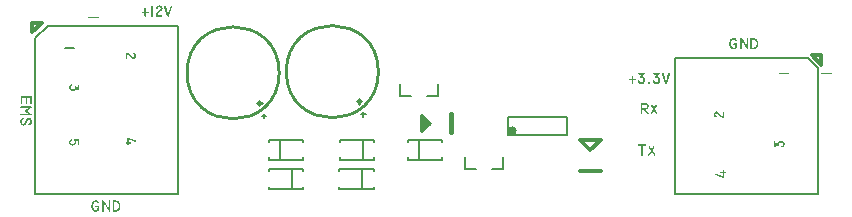
<source format=gto>
G04*
G04 #@! TF.GenerationSoftware,Altium Limited,Altium Designer,18.0.7 (293)*
G04*
G04 Layer_Color=65535*
%FSLAX44Y44*%
%MOMM*%
G71*
G01*
G75*
%ADD10C,0.2540*%
%ADD11C,0.3500*%
%ADD12C,0.2000*%
%ADD13C,0.2500*%
%ADD14C,0.4000*%
%ADD15C,0.2032*%
%ADD16C,0.3000*%
%ADD17C,0.1778*%
G36*
X341998Y120500D02*
X348998Y127500D01*
Y127500D01*
X341998Y134500D01*
Y120500D01*
D02*
G37*
G36*
X551785Y169995D02*
X551860Y169976D01*
X551935Y169957D01*
X552019Y169919D01*
X552113Y169863D01*
X552197Y169798D01*
X552207Y169788D01*
X552235Y169760D01*
X552272Y169723D01*
X552310Y169666D01*
X552347Y169591D01*
X552385Y169507D01*
X552413Y169404D01*
X552422Y169301D01*
Y169282D01*
Y169235D01*
X552413Y169179D01*
X552394Y169104D01*
X550070Y160865D01*
Y160856D01*
X550060Y160847D01*
X550042Y160791D01*
X549985Y160706D01*
X549911Y160613D01*
X549807Y160519D01*
X549732Y160481D01*
X549657Y160434D01*
X549573Y160406D01*
X549470Y160378D01*
X549357Y160369D01*
X549236Y160359D01*
X549170D01*
X549123Y160369D01*
X549011Y160387D01*
X548870Y160434D01*
X548720Y160500D01*
X548645Y160547D01*
X548579Y160603D01*
X548514Y160669D01*
X548458Y160744D01*
X548401Y160828D01*
X548364Y160931D01*
X545787Y169076D01*
Y169085D01*
Y169095D01*
X545777Y169151D01*
X545768Y169226D01*
X545758Y169320D01*
Y169329D01*
Y169366D01*
X545768Y169423D01*
X545787Y169488D01*
X545805Y169563D01*
X545843Y169648D01*
X545899Y169732D01*
X545965Y169807D01*
X545974Y169816D01*
X546002Y169835D01*
X546049Y169873D01*
X546105Y169910D01*
X546180Y169938D01*
X546264Y169976D01*
X546358Y169995D01*
X546461Y170004D01*
X546480D01*
X546536Y169995D01*
X546621Y169976D01*
X546724Y169929D01*
X546827Y169863D01*
X546883Y169816D01*
X546939Y169760D01*
X546986Y169694D01*
X547033Y169620D01*
X547071Y169535D01*
X547099Y169432D01*
X549217Y162628D01*
X551073Y169517D01*
Y169526D01*
X551082Y169535D01*
X551101Y169591D01*
X551138Y169666D01*
X551194Y169760D01*
X551279Y169854D01*
X551382Y169929D01*
X551513Y169985D01*
X551598Y169995D01*
X551682Y170004D01*
X551729D01*
X551785Y169995D01*
D02*
G37*
G36*
X543256Y169976D02*
X543340Y169966D01*
X543434Y169929D01*
X543528Y169882D01*
X543612Y169807D01*
X543678Y169704D01*
X543687Y169638D01*
X543696Y169563D01*
Y169554D01*
X543687Y169517D01*
X543668Y169451D01*
X543631Y169366D01*
X543565Y169245D01*
X543528Y169179D01*
X543471Y169113D01*
X543406Y169029D01*
X543340Y168945D01*
X543256Y168851D01*
X543162Y168748D01*
X541588Y167211D01*
X541597D01*
X541616Y167201D01*
X541653D01*
X541691Y167183D01*
X541747Y167173D01*
X541813Y167145D01*
X541972Y167098D01*
X542159Y167014D01*
X542365Y166911D01*
X542590Y166780D01*
X542825Y166620D01*
X543050Y166433D01*
X543162Y166320D01*
X543275Y166199D01*
X543378Y166067D01*
X543481Y165927D01*
X543575Y165777D01*
X543668Y165617D01*
X543753Y165439D01*
X543828Y165252D01*
X543893Y165055D01*
X543950Y164849D01*
X543996Y164624D01*
X544025Y164390D01*
X544043Y164146D01*
X544053Y163883D01*
Y163865D01*
Y163808D01*
X544043Y163724D01*
X544034Y163612D01*
X544025Y163480D01*
X544006Y163321D01*
X543968Y163143D01*
X543931Y162946D01*
X543884Y162749D01*
X543818Y162534D01*
X543734Y162318D01*
X543640Y162093D01*
X543528Y161878D01*
X543396Y161662D01*
X543246Y161465D01*
X543078Y161269D01*
X543069Y161259D01*
X543040Y161231D01*
X542984Y161184D01*
X542919Y161128D01*
X542834Y161062D01*
X542731Y160987D01*
X542619Y160903D01*
X542478Y160828D01*
X542328Y160744D01*
X542169Y160659D01*
X541991Y160584D01*
X541803Y160519D01*
X541606Y160462D01*
X541391Y160416D01*
X541175Y160387D01*
X540941Y160378D01*
X540847D01*
X540782Y160387D01*
X540688Y160397D01*
X540594Y160406D01*
X540482Y160425D01*
X540360Y160453D01*
X540088Y160519D01*
X539947Y160566D01*
X539797Y160613D01*
X539647Y160678D01*
X539497Y160753D01*
X539347Y160837D01*
X539198Y160940D01*
X539188Y160950D01*
X539160Y160969D01*
X539123Y161006D01*
X539066Y161053D01*
X538991Y161119D01*
X538916Y161194D01*
X538832Y161287D01*
X538738Y161390D01*
X538645Y161503D01*
X538541Y161634D01*
X538448Y161775D01*
X538345Y161925D01*
X538251Y162093D01*
X538167Y162262D01*
X538092Y162449D01*
X538017Y162646D01*
Y162656D01*
X538007Y162675D01*
Y162703D01*
X537998Y162740D01*
X537989Y162824D01*
X537979Y162918D01*
Y162927D01*
Y162965D01*
X537989Y163021D01*
X538007Y163096D01*
X538026Y163171D01*
X538064Y163246D01*
X538120Y163330D01*
X538185Y163405D01*
X538195Y163415D01*
X538223Y163434D01*
X538270Y163462D01*
X538326Y163499D01*
X538401Y163537D01*
X538485Y163565D01*
X538570Y163584D01*
X538673Y163593D01*
X538691D01*
X538748Y163584D01*
X538832Y163565D01*
X538935Y163518D01*
X539048Y163452D01*
X539095Y163405D01*
X539151Y163349D01*
X539198Y163284D01*
X539244Y163209D01*
X539282Y163124D01*
X539319Y163021D01*
Y163012D01*
X539329Y162993D01*
X539338Y162965D01*
X539357Y162927D01*
X539404Y162834D01*
X539479Y162703D01*
X539572Y162562D01*
X539694Y162403D01*
X539844Y162243D01*
X540022Y162084D01*
X540041Y162075D01*
X540088Y162047D01*
X540163Y162000D01*
X540275Y161962D01*
X540397Y161915D01*
X540557Y161868D01*
X540725Y161840D01*
X540913Y161831D01*
X540978D01*
X541035Y161840D01*
X541091D01*
X541156Y161859D01*
X541325Y161887D01*
X541513Y161943D01*
X541700Y162018D01*
X541897Y162131D01*
X541991Y162196D01*
X542084Y162271D01*
X542094Y162281D01*
X542113Y162299D01*
X542141Y162337D01*
X542178Y162393D01*
X542225Y162449D01*
X542272Y162534D01*
X542328Y162618D01*
X542384Y162721D01*
X542440Y162834D01*
X542497Y162956D01*
X542544Y163087D01*
X542590Y163227D01*
X542628Y163377D01*
X542656Y163537D01*
X542675Y163705D01*
X542684Y163883D01*
Y163893D01*
Y163930D01*
Y163977D01*
X542675Y164052D01*
X542665Y164137D01*
X542656Y164230D01*
X542637Y164333D01*
X542609Y164455D01*
X542544Y164699D01*
X542497Y164830D01*
X542440Y164952D01*
X542375Y165074D01*
X542300Y165196D01*
X542216Y165299D01*
X542113Y165402D01*
X542103D01*
X542094Y165421D01*
X542066Y165439D01*
X542028Y165458D01*
X541991Y165496D01*
X541934Y165524D01*
X541803Y165608D01*
X541625Y165683D01*
X541428Y165767D01*
X541185Y165833D01*
X540922Y165889D01*
X540903D01*
X540857Y165899D01*
X540782D01*
X540678Y165908D01*
X540557Y165917D01*
X540416Y165927D01*
X540275Y165936D01*
X540116Y165945D01*
X540107D01*
X540069Y165955D01*
X540013Y165964D01*
X539957Y165974D01*
X539882Y166002D01*
X539797Y166039D01*
X539722Y166086D01*
X539647Y166142D01*
X539638Y166152D01*
X539619Y166170D01*
X539591Y166208D01*
X539554Y166255D01*
X539516Y166320D01*
X539488Y166386D01*
X539469Y166461D01*
X539460Y166536D01*
Y166555D01*
X539469Y166592D01*
X539488Y166658D01*
X539526Y166742D01*
X539582Y166836D01*
X539676Y166948D01*
X539732Y167005D01*
X539797Y167070D01*
X539882Y167126D01*
X539966Y167192D01*
X541259Y168570D01*
X539029D01*
X538991Y168579D01*
X538954D01*
X538841Y168607D01*
X538720Y168654D01*
X538654Y168692D01*
X538588Y168738D01*
X538532Y168795D01*
X538476Y168860D01*
X538438Y168945D01*
X538401Y169038D01*
X538382Y169142D01*
X538373Y169263D01*
Y169273D01*
Y169291D01*
X538382Y169329D01*
Y169376D01*
X538410Y169488D01*
X538457Y169620D01*
X538495Y169685D01*
X538541Y169741D01*
X538588Y169807D01*
X538654Y169854D01*
X538738Y169901D01*
X538823Y169938D01*
X538926Y169957D01*
X539048Y169966D01*
X543172Y169985D01*
X543190D01*
X543256Y169976D01*
D02*
G37*
G36*
X530518D02*
X530603Y169966D01*
X530697Y169929D01*
X530790Y169882D01*
X530875Y169807D01*
X530940Y169704D01*
X530950Y169638D01*
X530959Y169563D01*
Y169554D01*
X530950Y169517D01*
X530931Y169451D01*
X530894Y169366D01*
X530828Y169245D01*
X530790Y169179D01*
X530734Y169113D01*
X530668Y169029D01*
X530603Y168945D01*
X530518Y168851D01*
X530425Y168748D01*
X528850Y167211D01*
X528860D01*
X528878Y167201D01*
X528916D01*
X528953Y167183D01*
X529010Y167173D01*
X529075Y167145D01*
X529235Y167098D01*
X529422Y167014D01*
X529628Y166911D01*
X529853Y166780D01*
X530087Y166620D01*
X530312Y166433D01*
X530425Y166320D01*
X530537Y166199D01*
X530640Y166067D01*
X530743Y165927D01*
X530837Y165777D01*
X530931Y165617D01*
X531015Y165439D01*
X531090Y165252D01*
X531156Y165055D01*
X531212Y164849D01*
X531259Y164624D01*
X531287Y164390D01*
X531306Y164146D01*
X531315Y163883D01*
Y163865D01*
Y163808D01*
X531306Y163724D01*
X531297Y163612D01*
X531287Y163480D01*
X531268Y163321D01*
X531231Y163143D01*
X531193Y162946D01*
X531147Y162749D01*
X531081Y162534D01*
X530997Y162318D01*
X530903Y162093D01*
X530790Y161878D01*
X530659Y161662D01*
X530509Y161465D01*
X530340Y161269D01*
X530331Y161259D01*
X530303Y161231D01*
X530247Y161184D01*
X530181Y161128D01*
X530097Y161062D01*
X529994Y160987D01*
X529881Y160903D01*
X529741Y160828D01*
X529591Y160744D01*
X529431Y160659D01*
X529253Y160584D01*
X529066Y160519D01*
X528869Y160462D01*
X528653Y160416D01*
X528438Y160387D01*
X528204Y160378D01*
X528110D01*
X528044Y160387D01*
X527951Y160397D01*
X527857Y160406D01*
X527744Y160425D01*
X527622Y160453D01*
X527351Y160519D01*
X527210Y160566D01*
X527060Y160613D01*
X526910Y160678D01*
X526760Y160753D01*
X526610Y160837D01*
X526460Y160940D01*
X526451Y160950D01*
X526423Y160969D01*
X526385Y161006D01*
X526329Y161053D01*
X526254Y161119D01*
X526179Y161194D01*
X526095Y161287D01*
X526001Y161390D01*
X525907Y161503D01*
X525804Y161634D01*
X525710Y161775D01*
X525607Y161925D01*
X525514Y162093D01*
X525429Y162262D01*
X525354Y162449D01*
X525279Y162646D01*
Y162656D01*
X525270Y162675D01*
Y162703D01*
X525261Y162740D01*
X525251Y162824D01*
X525242Y162918D01*
Y162927D01*
Y162965D01*
X525251Y163021D01*
X525270Y163096D01*
X525289Y163171D01*
X525326Y163246D01*
X525382Y163330D01*
X525448Y163405D01*
X525457Y163415D01*
X525485Y163434D01*
X525532Y163462D01*
X525589Y163499D01*
X525663Y163537D01*
X525748Y163565D01*
X525832Y163584D01*
X525935Y163593D01*
X525954D01*
X526010Y163584D01*
X526095Y163565D01*
X526198Y163518D01*
X526310Y163452D01*
X526357Y163405D01*
X526413Y163349D01*
X526460Y163284D01*
X526507Y163209D01*
X526545Y163124D01*
X526582Y163021D01*
Y163012D01*
X526591Y162993D01*
X526601Y162965D01*
X526619Y162927D01*
X526666Y162834D01*
X526741Y162703D01*
X526835Y162562D01*
X526957Y162403D01*
X527107Y162243D01*
X527285Y162084D01*
X527304Y162075D01*
X527351Y162047D01*
X527426Y162000D01*
X527538Y161962D01*
X527660Y161915D01*
X527819Y161868D01*
X527988Y161840D01*
X528175Y161831D01*
X528241D01*
X528297Y161840D01*
X528354D01*
X528419Y161859D01*
X528588Y161887D01*
X528775Y161943D01*
X528963Y162018D01*
X529160Y162131D01*
X529253Y162196D01*
X529347Y162271D01*
X529356Y162281D01*
X529375Y162299D01*
X529403Y162337D01*
X529441Y162393D01*
X529488Y162449D01*
X529534Y162534D01*
X529591Y162618D01*
X529647Y162721D01*
X529703Y162834D01*
X529759Y162956D01*
X529806Y163087D01*
X529853Y163227D01*
X529891Y163377D01*
X529919Y163537D01*
X529937Y163705D01*
X529947Y163883D01*
Y163893D01*
Y163930D01*
Y163977D01*
X529937Y164052D01*
X529928Y164137D01*
X529919Y164230D01*
X529900Y164333D01*
X529872Y164455D01*
X529806Y164699D01*
X529759Y164830D01*
X529703Y164952D01*
X529637Y165074D01*
X529562Y165196D01*
X529478Y165299D01*
X529375Y165402D01*
X529366D01*
X529356Y165421D01*
X529328Y165439D01*
X529291Y165458D01*
X529253Y165496D01*
X529197Y165524D01*
X529066Y165608D01*
X528888Y165683D01*
X528691Y165767D01*
X528447Y165833D01*
X528185Y165889D01*
X528166D01*
X528119Y165899D01*
X528044D01*
X527941Y165908D01*
X527819Y165917D01*
X527679Y165927D01*
X527538Y165936D01*
X527379Y165945D01*
X527369D01*
X527332Y165955D01*
X527276Y165964D01*
X527219Y165974D01*
X527144Y166002D01*
X527060Y166039D01*
X526985Y166086D01*
X526910Y166142D01*
X526901Y166152D01*
X526882Y166170D01*
X526854Y166208D01*
X526816Y166255D01*
X526779Y166320D01*
X526751Y166386D01*
X526732Y166461D01*
X526723Y166536D01*
Y166555D01*
X526732Y166592D01*
X526751Y166658D01*
X526788Y166742D01*
X526844Y166836D01*
X526938Y166948D01*
X526995Y167005D01*
X527060Y167070D01*
X527144Y167126D01*
X527229Y167192D01*
X528522Y168570D01*
X526292D01*
X526254Y168579D01*
X526217D01*
X526104Y168607D01*
X525982Y168654D01*
X525917Y168692D01*
X525851Y168738D01*
X525795Y168795D01*
X525738Y168860D01*
X525701Y168945D01*
X525663Y169038D01*
X525645Y169142D01*
X525635Y169263D01*
Y169273D01*
Y169291D01*
X525645Y169329D01*
Y169376D01*
X525673Y169488D01*
X525720Y169620D01*
X525757Y169685D01*
X525804Y169741D01*
X525851Y169807D01*
X525917Y169854D01*
X526001Y169901D01*
X526085Y169938D01*
X526188Y169957D01*
X526310Y169966D01*
X530434Y169985D01*
X530453D01*
X530518Y169976D01*
D02*
G37*
G36*
X520621Y167764D02*
X520734Y167736D01*
X520865Y167689D01*
X520930Y167651D01*
X520987Y167604D01*
X521052Y167548D01*
X521099Y167483D01*
X521146Y167398D01*
X521183Y167304D01*
X521202Y167201D01*
X521212Y167080D01*
Y164914D01*
X522908D01*
X522955Y164905D01*
X523067Y164877D01*
X523199Y164830D01*
X523264Y164793D01*
X523320Y164746D01*
X523386Y164690D01*
X523433Y164624D01*
X523480Y164540D01*
X523517Y164446D01*
X523536Y164343D01*
X523545Y164221D01*
Y164212D01*
Y164193D01*
Y164155D01*
X523536Y164109D01*
X523508Y164005D01*
X523461Y163874D01*
X523424Y163808D01*
X523377Y163743D01*
X523320Y163687D01*
X523245Y163640D01*
X523170Y163593D01*
X523077Y163556D01*
X522964Y163537D01*
X522842Y163527D01*
X521212D01*
Y161297D01*
Y161287D01*
Y161269D01*
Y161231D01*
X521202Y161184D01*
X521174Y161072D01*
X521127Y160950D01*
X521090Y160884D01*
X521043Y160819D01*
X520987Y160753D01*
X520912Y160706D01*
X520837Y160659D01*
X520743Y160622D01*
X520630Y160603D01*
X520509Y160594D01*
X520480D01*
X520443Y160603D01*
X520396D01*
X520293Y160631D01*
X520162Y160678D01*
X520096Y160716D01*
X520031Y160762D01*
X519974Y160819D01*
X519927Y160894D01*
X519881Y160969D01*
X519843Y161062D01*
X519824Y161175D01*
X519815Y161297D01*
Y163527D01*
X518156D01*
X518119Y163537D01*
X518081D01*
X517969Y163565D01*
X517847Y163612D01*
X517781Y163649D01*
X517716Y163696D01*
X517659Y163752D01*
X517603Y163818D01*
X517566Y163902D01*
X517528Y163996D01*
X517509Y164099D01*
X517500Y164221D01*
Y164230D01*
Y164249D01*
X517509Y164286D01*
Y164333D01*
X517537Y164436D01*
X517584Y164568D01*
X517622Y164633D01*
X517669Y164699D01*
X517725Y164755D01*
X517791Y164802D01*
X517865Y164849D01*
X517959Y164886D01*
X518062Y164905D01*
X518184Y164914D01*
X519815D01*
Y167080D01*
Y167089D01*
Y167108D01*
X519824Y167145D01*
Y167192D01*
X519852Y167295D01*
X519899Y167426D01*
X519937Y167492D01*
X519984Y167558D01*
X520040Y167614D01*
X520106Y167661D01*
X520190Y167708D01*
X520284Y167745D01*
X520387Y167764D01*
X520509Y167773D01*
X520574D01*
X520621Y167764D01*
D02*
G37*
G36*
X534680Y162187D02*
X534755Y162168D01*
X534849Y162131D01*
X534942Y162093D01*
X535046Y162028D01*
X535139Y161943D01*
X535149Y161934D01*
X535177Y161896D01*
X535224Y161850D01*
X535271Y161784D01*
X535308Y161700D01*
X535355Y161597D01*
X535383Y161493D01*
X535392Y161372D01*
Y161353D01*
Y161315D01*
X535383Y161240D01*
X535364Y161156D01*
X535327Y161062D01*
X535289Y160969D01*
X535224Y160865D01*
X535139Y160772D01*
X535130Y160762D01*
X535092Y160734D01*
X535046Y160697D01*
X534980Y160659D01*
X534886Y160613D01*
X534793Y160575D01*
X534680Y160547D01*
X534558Y160537D01*
X534502D01*
X534427Y160547D01*
X534343Y160566D01*
X534249Y160594D01*
X534155Y160641D01*
X534052Y160697D01*
X533958Y160772D01*
X533949Y160781D01*
X533921Y160819D01*
X533883Y160865D01*
X533846Y160931D01*
X533799Y161025D01*
X533761Y161128D01*
X533733Y161240D01*
X533724Y161372D01*
Y161390D01*
Y161428D01*
X533733Y161484D01*
X533752Y161569D01*
X533780Y161653D01*
X533827Y161756D01*
X533883Y161850D01*
X533958Y161943D01*
X533968Y161953D01*
X534005Y161981D01*
X534052Y162028D01*
X534118Y162075D01*
X534211Y162112D01*
X534314Y162159D01*
X534427Y162187D01*
X534558Y162196D01*
X534614D01*
X534680Y162187D01*
D02*
G37*
G36*
X540697Y142789D02*
X540772Y142770D01*
X540847Y142751D01*
X540931Y142714D01*
X541015Y142657D01*
X541100Y142592D01*
X541109Y142582D01*
X541137Y142554D01*
X541175Y142507D01*
X541212Y142451D01*
X541250Y142386D01*
X541287Y142301D01*
X541315Y142207D01*
X541325Y142104D01*
Y142095D01*
Y142076D01*
X541315Y142039D01*
X541306Y141983D01*
X541268Y141861D01*
X541240Y141795D01*
X541193Y141720D01*
X539656Y139236D01*
X541653Y135993D01*
X541662Y135984D01*
X541681Y135956D01*
X541699Y135909D01*
X541728Y135853D01*
X541784Y135722D01*
X541793Y135647D01*
X541803Y135572D01*
Y135562D01*
Y135525D01*
X541793Y135469D01*
X541774Y135403D01*
X541746Y135319D01*
X541709Y135244D01*
X541662Y135159D01*
X541587Y135075D01*
X541578Y135066D01*
X541549Y135047D01*
X541503Y135009D01*
X541446Y134981D01*
X541371Y134944D01*
X541287Y134906D01*
X541203Y134888D01*
X541100Y134878D01*
X541043D01*
X540978Y134897D01*
X540903Y134916D01*
X540828Y134944D01*
X540743Y134991D01*
X540659Y135056D01*
X540593Y135141D01*
X538878Y138046D01*
X537210Y135206D01*
X537201Y135197D01*
X537173Y135159D01*
X537126Y135103D01*
X537060Y135047D01*
X536985Y134981D01*
X536891Y134934D01*
X536779Y134897D01*
X536657Y134878D01*
X536610D01*
X536554Y134888D01*
X536479Y134906D01*
X536404Y134925D01*
X536310Y134963D01*
X536226Y135009D01*
X536142Y135075D01*
X536132Y135084D01*
X536104Y135112D01*
X536076Y135159D01*
X536039Y135216D01*
X535992Y135281D01*
X535964Y135365D01*
X535935Y135459D01*
X535926Y135562D01*
Y135572D01*
Y135600D01*
X535935Y135637D01*
X535945Y135684D01*
X535973Y135806D01*
X536001Y135881D01*
X536039Y135947D01*
X538091Y139236D01*
X536507Y141729D01*
Y141739D01*
X536488Y141758D01*
X536470Y141795D01*
X536451Y141851D01*
X536413Y141964D01*
X536404Y142039D01*
X536395Y142104D01*
Y142114D01*
Y142151D01*
X536404Y142198D01*
X536423Y142264D01*
X536451Y142339D01*
X536488Y142423D01*
X536545Y142507D01*
X536620Y142582D01*
X536629Y142592D01*
X536657Y142620D01*
X536704Y142648D01*
X536769Y142695D01*
X536844Y142732D01*
X536929Y142760D01*
X537023Y142789D01*
X537126Y142798D01*
X537182D01*
X537248Y142779D01*
X537323Y142760D01*
X537407Y142723D01*
X537491Y142676D01*
X537576Y142601D01*
X537650Y142498D01*
X538869Y140427D01*
X540050Y142498D01*
X540059Y142507D01*
X540087Y142545D01*
X540134Y142592D01*
X540191Y142648D01*
X540275Y142704D01*
X540369Y142751D01*
X540481Y142789D01*
X540603Y142798D01*
X540650D01*
X540697Y142789D01*
D02*
G37*
G36*
X531746Y144466D02*
X531849Y144457D01*
X531961Y144438D01*
X532083Y144410D01*
X532224Y144382D01*
X532374Y144345D01*
X532524Y144298D01*
X532692Y144241D01*
X532852Y144166D01*
X533011Y144082D01*
X533180Y143988D01*
X533339Y143876D01*
X533489Y143745D01*
X533498Y143735D01*
X533527Y143707D01*
X533564Y143660D01*
X533620Y143595D01*
X533686Y143520D01*
X533761Y143426D01*
X533836Y143314D01*
X533920Y143182D01*
X533995Y143042D01*
X534070Y142882D01*
X534145Y142714D01*
X534211Y142526D01*
X534267Y142329D01*
X534305Y142123D01*
X534333Y141898D01*
X534342Y141664D01*
Y141645D01*
Y141598D01*
X534333Y141523D01*
X534323Y141420D01*
X534305Y141298D01*
X534276Y141158D01*
X534239Y140998D01*
X534192Y140830D01*
X534126Y140652D01*
X534052Y140464D01*
X533948Y140277D01*
X533836Y140089D01*
X533695Y139902D01*
X533536Y139724D01*
X533349Y139555D01*
X533133Y139405D01*
Y139396D01*
X533114Y139386D01*
X533058Y139330D01*
X532964Y139264D01*
X532842Y139180D01*
X532683Y139096D01*
X532496Y139021D01*
X532280Y138965D01*
X532168Y138955D01*
X532046Y138946D01*
X534230Y136003D01*
X534239Y135993D01*
X534248Y135975D01*
X534267Y135937D01*
X534286Y135890D01*
X534305Y135825D01*
X534323Y135759D01*
X534342Y135684D01*
Y135609D01*
Y135600D01*
Y135562D01*
X534333Y135506D01*
X534314Y135441D01*
X534286Y135356D01*
X534248Y135272D01*
X534192Y135188D01*
X534117Y135103D01*
X534108Y135094D01*
X534080Y135066D01*
X534033Y135037D01*
X533977Y135000D01*
X533901Y134953D01*
X533817Y134925D01*
X533733Y134897D01*
X533630Y134888D01*
X533611D01*
X533573Y134897D01*
X533508Y134906D01*
X533433Y134925D01*
X533349Y134963D01*
X533255Y135019D01*
X533161Y135103D01*
X533077Y135206D01*
X530452Y138946D01*
X528896D01*
Y135609D01*
Y135600D01*
Y135581D01*
Y135544D01*
X528887Y135497D01*
X528859Y135384D01*
X528812Y135253D01*
X528775Y135178D01*
X528728Y135112D01*
X528672Y135056D01*
X528597Y135000D01*
X528522Y134953D01*
X528428Y134916D01*
X528315Y134897D01*
X528194Y134888D01*
X528166D01*
X528128Y134897D01*
X528081D01*
X527978Y134925D01*
X527847Y134981D01*
X527781Y135019D01*
X527716Y135066D01*
X527659Y135122D01*
X527612Y135197D01*
X527566Y135272D01*
X527528Y135375D01*
X527509Y135478D01*
X527500Y135609D01*
Y144476D01*
X531671D01*
X531746Y144466D01*
D02*
G37*
G36*
X538637Y107789D02*
X538712Y107770D01*
X538787Y107751D01*
X538871Y107714D01*
X538956Y107657D01*
X539040Y107592D01*
X539049Y107582D01*
X539078Y107554D01*
X539115Y107507D01*
X539153Y107451D01*
X539190Y107386D01*
X539228Y107301D01*
X539256Y107207D01*
X539265Y107104D01*
Y107095D01*
Y107076D01*
X539256Y107039D01*
X539246Y106983D01*
X539209Y106861D01*
X539181Y106795D01*
X539134Y106720D01*
X537597Y104236D01*
X539593Y100993D01*
X539603Y100984D01*
X539621Y100956D01*
X539640Y100909D01*
X539668Y100853D01*
X539724Y100722D01*
X539734Y100647D01*
X539743Y100572D01*
Y100562D01*
Y100525D01*
X539734Y100469D01*
X539715Y100403D01*
X539687Y100319D01*
X539649Y100244D01*
X539603Y100159D01*
X539528Y100075D01*
X539518Y100066D01*
X539490Y100047D01*
X539443Y100009D01*
X539387Y99981D01*
X539312Y99944D01*
X539228Y99906D01*
X539143Y99888D01*
X539040Y99878D01*
X538984D01*
X538918Y99897D01*
X538843Y99916D01*
X538768Y99944D01*
X538684Y99991D01*
X538600Y100056D01*
X538534Y100141D01*
X536819Y103046D01*
X535150Y100206D01*
X535141Y100197D01*
X535113Y100159D01*
X535066Y100103D01*
X535001Y100047D01*
X534926Y99981D01*
X534832Y99934D01*
X534719Y99897D01*
X534598Y99878D01*
X534551D01*
X534494Y99888D01*
X534420Y99906D01*
X534344Y99925D01*
X534251Y99963D01*
X534166Y100009D01*
X534082Y100075D01*
X534073Y100084D01*
X534045Y100112D01*
X534016Y100159D01*
X533979Y100216D01*
X533932Y100281D01*
X533904Y100365D01*
X533876Y100459D01*
X533867Y100562D01*
Y100572D01*
Y100600D01*
X533876Y100637D01*
X533885Y100684D01*
X533913Y100806D01*
X533941Y100881D01*
X533979Y100947D01*
X536031Y104236D01*
X534448Y106729D01*
Y106739D01*
X534429Y106758D01*
X534410Y106795D01*
X534391Y106851D01*
X534354Y106964D01*
X534344Y107039D01*
X534335Y107104D01*
Y107114D01*
Y107151D01*
X534344Y107198D01*
X534363Y107264D01*
X534391Y107339D01*
X534429Y107423D01*
X534485Y107507D01*
X534560Y107582D01*
X534569Y107592D01*
X534598Y107620D01*
X534644Y107648D01*
X534710Y107695D01*
X534785Y107732D01*
X534869Y107760D01*
X534963Y107789D01*
X535066Y107798D01*
X535122D01*
X535188Y107779D01*
X535263Y107760D01*
X535347Y107723D01*
X535432Y107676D01*
X535516Y107601D01*
X535591Y107498D01*
X536810Y105427D01*
X537990Y107498D01*
X538000Y107507D01*
X538028Y107545D01*
X538075Y107592D01*
X538131Y107648D01*
X538215Y107704D01*
X538309Y107751D01*
X538422Y107789D01*
X538543Y107798D01*
X538590D01*
X538637Y107789D01*
D02*
G37*
G36*
X531823Y109476D02*
X531945Y109448D01*
X532086Y109391D01*
X532151Y109354D01*
X532217Y109307D01*
X532282Y109251D01*
X532339Y109176D01*
X532386Y109091D01*
X532423Y108998D01*
X532442Y108885D01*
X532451Y108754D01*
Y108745D01*
Y108726D01*
Y108688D01*
X532442Y108642D01*
X532414Y108520D01*
X532357Y108389D01*
X532320Y108314D01*
X532273Y108248D01*
X532207Y108182D01*
X532142Y108126D01*
X532058Y108079D01*
X531954Y108042D01*
X531842Y108023D01*
X531711Y108014D01*
X529452D01*
Y100197D01*
Y100188D01*
Y100169D01*
Y100131D01*
X529443Y100084D01*
X529414Y99963D01*
X529358Y99822D01*
X529321Y99756D01*
X529274Y99681D01*
X529218Y99625D01*
X529143Y99569D01*
X529058Y99513D01*
X528965Y99475D01*
X528852Y99456D01*
X528721Y99447D01*
X528693D01*
X528655Y99456D01*
X528608D01*
X528496Y99485D01*
X528365Y99541D01*
X528290Y99578D01*
X528224Y99635D01*
X528168Y99691D01*
X528112Y99766D01*
X528065Y99850D01*
X528027Y99953D01*
X528009Y100066D01*
X527999Y100197D01*
Y108014D01*
X525703D01*
X525665Y108023D01*
X525619D01*
X525497Y108051D01*
X525365Y108107D01*
X525300Y108145D01*
X525234Y108192D01*
X525169Y108257D01*
X525112Y108323D01*
X525066Y108407D01*
X525028Y108510D01*
X525009Y108623D01*
X525000Y108754D01*
Y108763D01*
Y108782D01*
X525009Y108820D01*
Y108867D01*
X525037Y108988D01*
X525094Y109120D01*
X525131Y109185D01*
X525178Y109251D01*
X525234Y109316D01*
X525309Y109373D01*
X525394Y109419D01*
X525487Y109457D01*
X525600Y109476D01*
X525731Y109485D01*
X531776D01*
X531823Y109476D01*
D02*
G37*
G36*
X606371Y199560D02*
X606465Y199551D01*
X606577Y199541D01*
X606699Y199523D01*
X606839Y199494D01*
X607130Y199429D01*
X607280Y199382D01*
X607439Y199316D01*
X607599Y199251D01*
X607758Y199176D01*
X607908Y199082D01*
X608049Y198979D01*
X608067Y198970D01*
X608114Y198941D01*
X608180Y198885D01*
X608283Y198801D01*
X608339Y198754D01*
X608405Y198688D01*
X608470Y198613D01*
X608545Y198529D01*
X608620Y198435D01*
X608705Y198332D01*
X608789Y198220D01*
X608873Y198089D01*
X608883Y198079D01*
X608892Y198060D01*
X608911Y198014D01*
X608939Y197967D01*
X608967Y197910D01*
X608986Y197836D01*
X608995Y197761D01*
X609005Y197676D01*
Y197667D01*
Y197629D01*
X608995Y197573D01*
X608977Y197507D01*
X608948Y197432D01*
X608911Y197358D01*
X608864Y197273D01*
X608789Y197198D01*
X608780Y197189D01*
X608751Y197170D01*
X608705Y197142D01*
X608648Y197104D01*
X608573Y197067D01*
X608489Y197039D01*
X608405Y197020D01*
X608302Y197011D01*
X608283D01*
X608245Y197020D01*
X608180Y197029D01*
X608095Y197067D01*
X607992Y197114D01*
X607889Y197189D01*
X607786Y197292D01*
X607730Y197348D01*
X607683Y197423D01*
X607674Y197442D01*
X607636Y197479D01*
X607580Y197545D01*
X607514Y197620D01*
X607355Y197779D01*
X607280Y197845D01*
X607205Y197901D01*
X607186Y197910D01*
X607139Y197939D01*
X607055Y197985D01*
X606933Y198032D01*
X606793Y198070D01*
X606615Y198117D01*
X606418Y198145D01*
X606183Y198154D01*
X606137D01*
X606090Y198145D01*
X606015Y198135D01*
X605930Y198126D01*
X605827Y198107D01*
X605715Y198070D01*
X605593Y198032D01*
X605462Y197985D01*
X605331Y197920D01*
X605190Y197845D01*
X605049Y197751D01*
X604918Y197639D01*
X604777Y197507D01*
X604646Y197358D01*
X604524Y197189D01*
X604515Y197179D01*
X604496Y197142D01*
X604468Y197086D01*
X604431Y197011D01*
X604375Y196917D01*
X604328Y196795D01*
X604271Y196664D01*
X604215Y196505D01*
X604150Y196327D01*
X604093Y196139D01*
X604047Y195924D01*
X604000Y195699D01*
X603953Y195455D01*
X603925Y195192D01*
X603906Y194911D01*
X603896Y194621D01*
Y194602D01*
Y194564D01*
Y194499D01*
X603906Y194405D01*
X603915Y194293D01*
X603934Y194152D01*
X603953Y194011D01*
X603981Y193843D01*
X604009Y193674D01*
X604056Y193487D01*
X604103Y193299D01*
X604168Y193102D01*
X604243Y192906D01*
X604328Y192709D01*
X604421Y192512D01*
X604534Y192324D01*
X604543Y192315D01*
X604562Y192278D01*
X604609Y192221D01*
X604665Y192156D01*
X604731Y192071D01*
X604815Y191978D01*
X604909Y191884D01*
X605021Y191781D01*
X605143Y191678D01*
X605284Y191584D01*
X605434Y191490D01*
X605593Y191406D01*
X605762Y191340D01*
X605940Y191284D01*
X606137Y191247D01*
X606333Y191237D01*
X606371D01*
X606418Y191247D01*
X606483Y191256D01*
X606558Y191265D01*
X606643Y191284D01*
X606736Y191312D01*
X606839Y191359D01*
X606943Y191406D01*
X607046Y191472D01*
X607149Y191546D01*
X607243Y191640D01*
X607346Y191743D01*
X607430Y191875D01*
X607505Y192015D01*
X607571Y192184D01*
Y192193D01*
X607580Y192203D01*
X607589Y192231D01*
X607599Y192268D01*
X607608Y192315D01*
X607617Y192381D01*
X607636Y192446D01*
X607655Y192531D01*
X607664Y192624D01*
X607683Y192727D01*
X607692Y192840D01*
X607702Y192962D01*
X607711Y193102D01*
X607720Y193243D01*
X607730Y193402D01*
Y193571D01*
X606605D01*
X606568Y193580D01*
X606521D01*
X606408Y193608D01*
X606287Y193665D01*
X606221Y193702D01*
X606155Y193749D01*
X606090Y193805D01*
X606043Y193871D01*
X605996Y193955D01*
X605959Y194049D01*
X605940Y194161D01*
X605930Y194283D01*
Y194293D01*
Y194311D01*
X605940Y194349D01*
Y194396D01*
X605968Y194508D01*
X606015Y194639D01*
X606052Y194705D01*
X606099Y194761D01*
X606155Y194827D01*
X606230Y194874D01*
X606305Y194921D01*
X606399Y194958D01*
X606511Y194977D01*
X606633Y194986D01*
X609173D01*
Y193384D01*
Y193374D01*
Y193365D01*
Y193337D01*
Y193299D01*
X609164Y193196D01*
X609155Y193065D01*
X609145Y192906D01*
X609117Y192718D01*
X609080Y192512D01*
X609042Y192296D01*
X608986Y192062D01*
X608911Y191828D01*
X608826Y191584D01*
X608723Y191340D01*
X608602Y191106D01*
X608461Y190890D01*
X608292Y190675D01*
X608105Y190487D01*
X608095Y190478D01*
X608067Y190459D01*
X608030Y190422D01*
X607974Y190384D01*
X607899Y190337D01*
X607805Y190281D01*
X607711Y190216D01*
X607599Y190159D01*
X607467Y190094D01*
X607336Y190028D01*
X607186Y189972D01*
X607036Y189925D01*
X606868Y189888D01*
X606699Y189850D01*
X606521Y189831D01*
X606333Y189822D01*
X606258D01*
X606165Y189831D01*
X606052Y189850D01*
X605902Y189878D01*
X605733Y189916D01*
X605546Y189972D01*
X605340Y190047D01*
X605115Y190131D01*
X604890Y190253D01*
X604656Y190394D01*
X604412Y190562D01*
X604168Y190769D01*
X603934Y191003D01*
X603821Y191134D01*
X603709Y191275D01*
X603597Y191425D01*
X603484Y191584D01*
X603475Y191603D01*
X603447Y191640D01*
X603390Y191706D01*
X603334Y191800D01*
X603259Y191921D01*
X603175Y192062D01*
X603081Y192231D01*
X602997Y192418D01*
X602903Y192624D01*
X602809Y192859D01*
X602725Y193102D01*
X602650Y193374D01*
X602594Y193665D01*
X602547Y193965D01*
X602509Y194283D01*
X602500Y194621D01*
Y194630D01*
Y194649D01*
Y194677D01*
Y194724D01*
Y194771D01*
X602509Y194836D01*
Y194911D01*
X602519Y194986D01*
X602528Y195183D01*
X602556Y195399D01*
X602584Y195642D01*
X602631Y195905D01*
X602687Y196186D01*
X602753Y196467D01*
X602837Y196767D01*
X602931Y197067D01*
X603053Y197358D01*
X603194Y197648D01*
X603353Y197920D01*
X603531Y198182D01*
X603540Y198201D01*
X603578Y198239D01*
X603634Y198314D01*
X603718Y198398D01*
X603821Y198501D01*
X603943Y198623D01*
X604093Y198745D01*
X604253Y198876D01*
X604431Y199007D01*
X604637Y199129D01*
X604852Y199251D01*
X605087Y199354D01*
X605340Y199438D01*
X605602Y199513D01*
X605893Y199551D01*
X606183Y199569D01*
X606296D01*
X606371Y199560D01*
D02*
G37*
G36*
X618021Y199504D02*
X618134Y199476D01*
X618265Y199419D01*
X618330Y199382D01*
X618386Y199335D01*
X618452Y199279D01*
X618499Y199213D01*
X618546Y199129D01*
X618583Y199026D01*
X618602Y198923D01*
X618611Y198792D01*
Y190590D01*
Y190581D01*
Y190562D01*
Y190525D01*
X618602Y190478D01*
X618583Y190366D01*
X618536Y190234D01*
X618461Y190103D01*
X618415Y190047D01*
X618358Y189991D01*
X618293Y189944D01*
X618209Y189906D01*
X618115Y189888D01*
X618012Y189878D01*
X617993D01*
X617946Y189888D01*
X617862Y189906D01*
X617768Y189934D01*
X617655Y189991D01*
X617534Y190066D01*
X617402Y190178D01*
X617346Y190244D01*
X617281Y190319D01*
X612969Y196936D01*
Y190600D01*
Y190590D01*
Y190572D01*
Y190534D01*
X612960Y190487D01*
X612932Y190375D01*
X612885Y190244D01*
X612847Y190169D01*
X612800Y190103D01*
X612744Y190047D01*
X612669Y189991D01*
X612594Y189944D01*
X612501Y189906D01*
X612388Y189888D01*
X612266Y189878D01*
X612238D01*
X612201Y189888D01*
X612154D01*
X612051Y189916D01*
X611920Y189972D01*
X611854Y190009D01*
X611788Y190056D01*
X611732Y190112D01*
X611685Y190187D01*
X611638Y190262D01*
X611601Y190366D01*
X611582Y190469D01*
X611573Y190600D01*
Y198838D01*
Y198848D01*
Y198867D01*
Y198904D01*
X611582Y198941D01*
X611610Y199054D01*
X611657Y199176D01*
X611732Y199298D01*
X611779Y199354D01*
X611844Y199410D01*
X611920Y199448D01*
X612004Y199485D01*
X612098Y199504D01*
X612210Y199513D01*
X612229D01*
X612285Y199504D01*
X612360Y199494D01*
X612463Y199457D01*
X612575Y199410D01*
X612697Y199335D01*
X612819Y199223D01*
X612885Y199157D01*
X612941Y199082D01*
X617215Y192587D01*
Y198792D01*
Y198801D01*
Y198820D01*
X617224Y198857D01*
Y198904D01*
X617253Y199016D01*
X617299Y199157D01*
X617337Y199223D01*
X617384Y199288D01*
X617440Y199345D01*
X617505Y199401D01*
X617590Y199448D01*
X617684Y199485D01*
X617787Y199504D01*
X617909Y199513D01*
X617974D01*
X618021Y199504D01*
D02*
G37*
G36*
X623176Y199476D02*
X623288Y199466D01*
X623429Y199457D01*
X623588Y199429D01*
X623766Y199401D01*
X623963Y199354D01*
X624169Y199298D01*
X624385Y199232D01*
X624610Y199148D01*
X624844Y199045D01*
X625069Y198923D01*
X625303Y198782D01*
X625528Y198623D01*
X625744Y198435D01*
X625763Y198417D01*
X625800Y198379D01*
X625866Y198304D01*
X625960Y198210D01*
X626063Y198079D01*
X626175Y197929D01*
X626297Y197751D01*
X626428Y197545D01*
X626550Y197311D01*
X626672Y197058D01*
X626784Y196776D01*
X626888Y196476D01*
X626981Y196148D01*
X627047Y195792D01*
X627084Y195417D01*
X627103Y195024D01*
Y195014D01*
Y194996D01*
Y194958D01*
Y194911D01*
X627094Y194855D01*
Y194780D01*
Y194696D01*
X627084Y194602D01*
X627075Y194499D01*
X627066Y194386D01*
X627028Y194143D01*
X626991Y193871D01*
X626934Y193571D01*
X626859Y193262D01*
X626766Y192943D01*
X626663Y192615D01*
X626522Y192287D01*
X626372Y191968D01*
X626185Y191659D01*
X625978Y191368D01*
X625735Y191106D01*
X625725Y191097D01*
X625688Y191059D01*
X625622Y191003D01*
X625538Y190937D01*
X625435Y190853D01*
X625303Y190759D01*
X625154Y190656D01*
X624985Y190562D01*
X624797Y190459D01*
X624601Y190356D01*
X624376Y190262D01*
X624141Y190178D01*
X623888Y190112D01*
X623616Y190056D01*
X623335Y190019D01*
X623045Y190009D01*
X620486D01*
Y199485D01*
X623101D01*
X623176Y199476D01*
D02*
G37*
G36*
X11985Y144236D02*
X11976Y144189D01*
X11948Y144086D01*
X11901Y143955D01*
X11863Y143889D01*
X11816Y143823D01*
X11760Y143767D01*
X11685Y143720D01*
X11610Y143673D01*
X11516Y143636D01*
X11404Y143617D01*
X11282Y143608D01*
X11273D01*
X11254D01*
X11216D01*
X11170Y143617D01*
X11057Y143645D01*
X10926Y143692D01*
X10860Y143730D01*
X10795Y143777D01*
X10739Y143833D01*
X10682Y143898D01*
X10635Y143983D01*
X10598Y144076D01*
X10579Y144180D01*
X10570Y144302D01*
Y148622D01*
X8395D01*
Y144508D01*
X8386Y144461D01*
X8358Y144358D01*
X8311Y144227D01*
X8274Y144161D01*
X8227Y144095D01*
X8170Y144039D01*
X8095Y143992D01*
X8020Y143945D01*
X7927Y143908D01*
X7814Y143889D01*
X7692Y143880D01*
X7683D01*
X7664D01*
X7627D01*
X7580Y143889D01*
X7467Y143917D01*
X7336Y143964D01*
X7271Y144002D01*
X7205Y144048D01*
X7149Y144105D01*
X7093Y144170D01*
X7046Y144255D01*
X7008Y144348D01*
X6989Y144451D01*
X6980Y144573D01*
Y148622D01*
X3925D01*
Y144236D01*
X3915Y144189D01*
X3887Y144086D01*
X3840Y143955D01*
X3803Y143889D01*
X3756Y143823D01*
X3700Y143767D01*
X3625Y143720D01*
X3550Y143673D01*
X3456Y143636D01*
X3343Y143617D01*
X3222Y143608D01*
X3212D01*
X3194D01*
X3156D01*
X3109Y143617D01*
X2997Y143645D01*
X2865Y143692D01*
X2800Y143730D01*
X2734Y143777D01*
X2678Y143833D01*
X2622Y143898D01*
X2575Y143983D01*
X2537Y144076D01*
X2519Y144180D01*
X2509Y144302D01*
Y150000D01*
X11985D01*
Y144236D01*
D02*
G37*
G36*
X11263Y141705D02*
X11310D01*
X11432Y141677D01*
X11573Y141621D01*
X11638Y141583D01*
X11704Y141527D01*
X11769Y141471D01*
X11826Y141396D01*
X11873Y141312D01*
X11910Y141208D01*
X11929Y141096D01*
X11938Y140965D01*
Y140918D01*
X11929Y140880D01*
X11919Y140787D01*
X11891Y140665D01*
X11835Y140534D01*
X11760Y140402D01*
X11666Y140271D01*
X11601Y140206D01*
X11526Y140149D01*
X8049Y137816D01*
X11451Y135529D01*
X11460Y135519D01*
X11479Y135510D01*
X11507Y135491D01*
X11535Y135463D01*
X11629Y135379D01*
X11732Y135266D01*
X11835Y135135D01*
X11929Y134985D01*
X11957Y134901D01*
X11985Y134816D01*
X12004Y134732D01*
X12013Y134638D01*
Y134582D01*
X12004Y134526D01*
X11985Y134460D01*
X11957Y134376D01*
X11910Y134291D01*
X11854Y134207D01*
X11779Y134123D01*
X11769Y134113D01*
X11741Y134085D01*
X11685Y134057D01*
X11619Y134010D01*
X11535Y133973D01*
X11432Y133945D01*
X11320Y133917D01*
X11198Y133907D01*
X3090D01*
X3081D01*
X3062D01*
X3025D01*
X2978Y133917D01*
X2865Y133945D01*
X2744Y133992D01*
X2678Y134029D01*
X2612Y134076D01*
X2547Y134132D01*
X2500Y134207D01*
X2453Y134282D01*
X2416Y134376D01*
X2397Y134488D01*
X2387Y134610D01*
Y134638D01*
X2397Y134676D01*
Y134723D01*
X2425Y134826D01*
X2472Y134957D01*
X2509Y135023D01*
X2556Y135088D01*
X2612Y135144D01*
X2687Y135191D01*
X2762Y135238D01*
X2856Y135276D01*
X2969Y135294D01*
X3090Y135304D01*
X9567D01*
X6671Y137075D01*
X6661D01*
X6652Y137085D01*
X6605Y137131D01*
X6530Y137197D01*
X6446Y137291D01*
X6362Y137394D01*
X6296Y137525D01*
X6240Y137675D01*
X6230Y137759D01*
X6221Y137844D01*
Y137863D01*
X6230Y137919D01*
X6240Y137994D01*
X6277Y138097D01*
X6324Y138209D01*
X6399Y138331D01*
X6502Y138444D01*
X6558Y138500D01*
X6633Y138556D01*
X9632Y140309D01*
X3090D01*
X3081D01*
X3062D01*
X3025D01*
X2978Y140318D01*
X2865Y140346D01*
X2744Y140393D01*
X2678Y140431D01*
X2612Y140477D01*
X2547Y140534D01*
X2500Y140609D01*
X2453Y140684D01*
X2416Y140777D01*
X2397Y140890D01*
X2387Y141012D01*
Y141040D01*
X2397Y141077D01*
Y141124D01*
X2425Y141237D01*
X2472Y141358D01*
X2509Y141424D01*
X2556Y141490D01*
X2612Y141555D01*
X2687Y141602D01*
X2762Y141649D01*
X2856Y141686D01*
X2969Y141705D01*
X3090Y141715D01*
X11198D01*
X11207D01*
X11226D01*
X11263Y141705D01*
D02*
G37*
G36*
X4824Y132005D02*
X4899Y131986D01*
X4984Y131958D01*
X5068Y131920D01*
X5162Y131864D01*
X5256Y131789D01*
X5265Y131780D01*
X5293Y131752D01*
X5331Y131705D01*
X5377Y131639D01*
X5424Y131564D01*
X5462Y131470D01*
X5490Y131377D01*
X5499Y131264D01*
Y131208D01*
X5480Y131142D01*
X5462Y131077D01*
X5424Y130992D01*
X5368Y130908D01*
X5284Y130842D01*
X5181Y130777D01*
X5162Y130767D01*
X5115Y130749D01*
X5049Y130711D01*
X4956Y130655D01*
X4843Y130589D01*
X4721Y130496D01*
X4590Y130402D01*
X4459Y130280D01*
X4328Y130149D01*
X4196Y129999D01*
X4075Y129839D01*
X3962Y129662D01*
X3868Y129465D01*
X3803Y129249D01*
X3756Y129015D01*
X3737Y128771D01*
Y128687D01*
X3747Y128584D01*
X3756Y128452D01*
X3775Y128302D01*
X3812Y128134D01*
X3850Y127956D01*
X3906Y127759D01*
X3981Y127571D01*
X4065Y127393D01*
X4178Y127225D01*
X4309Y127075D01*
X4459Y126943D01*
X4646Y126840D01*
X4740Y126803D01*
X4852Y126775D01*
X4965Y126765D01*
X5087Y126756D01*
X5096D01*
X5115D01*
X5152Y126765D01*
X5199Y126775D01*
X5256Y126793D01*
X5321Y126822D01*
X5396Y126859D01*
X5480Y126915D01*
X5574Y126981D01*
X5668Y127065D01*
X5762Y127168D01*
X5865Y127290D01*
X5968Y127431D01*
X6071Y127599D01*
X6165Y127796D01*
X6268Y128021D01*
Y128031D01*
X6277Y128049D01*
X6296Y128077D01*
X6315Y128124D01*
X6333Y128181D01*
X6362Y128246D01*
X6427Y128406D01*
X6502Y128584D01*
X6596Y128790D01*
X6690Y129015D01*
X6783Y129240D01*
X6877Y129474D01*
X6971Y129690D01*
X7064Y129905D01*
X7139Y130093D01*
X7214Y130252D01*
X7243Y130317D01*
X7261Y130374D01*
X7289Y130421D01*
X7299Y130458D01*
X7308Y130486D01*
X7318Y130496D01*
X7327Y130514D01*
X7355Y130561D01*
X7402Y130627D01*
X7477Y130721D01*
X7561Y130824D01*
X7664Y130946D01*
X7786Y131077D01*
X7917Y131208D01*
X8077Y131348D01*
X8245Y131480D01*
X8433Y131592D01*
X8639Y131705D01*
X8855Y131798D01*
X9080Y131864D01*
X9323Y131911D01*
X9586Y131930D01*
X9604D01*
X9642D01*
X9707Y131920D01*
X9801Y131911D01*
X9914Y131902D01*
X10036Y131883D01*
X10176Y131845D01*
X10326Y131808D01*
X10486Y131761D01*
X10645Y131695D01*
X10813Y131611D01*
X10982Y131527D01*
X11142Y131414D01*
X11292Y131283D01*
X11442Y131133D01*
X11573Y130964D01*
X11582Y130955D01*
X11601Y130927D01*
X11619Y130889D01*
X11657Y130824D01*
X11704Y130749D01*
X11751Y130655D01*
X11798Y130552D01*
X11854Y130430D01*
X11901Y130289D01*
X11957Y130140D01*
X12004Y129980D01*
X12051Y129802D01*
X12088Y129605D01*
X12116Y129399D01*
X12144Y129184D01*
X12154Y128959D01*
Y128762D01*
X12144Y128668D01*
X12135Y128546D01*
X12126Y128415D01*
X12107Y128274D01*
X12079Y128115D01*
X12041Y127956D01*
X11994Y127778D01*
X11948Y127609D01*
X11882Y127431D01*
X11807Y127253D01*
X11713Y127075D01*
X11610Y126896D01*
X11601Y126887D01*
X11591Y126859D01*
X11563Y126812D01*
X11516Y126756D01*
X11470Y126690D01*
X11404Y126615D01*
X11329Y126531D01*
X11245Y126437D01*
X11151Y126344D01*
X11038Y126241D01*
X10917Y126147D01*
X10785Y126053D01*
X10645Y125959D01*
X10486Y125875D01*
X10317Y125800D01*
X10139Y125734D01*
X10129D01*
X10110Y125725D01*
X10082Y125716D01*
X10045Y125706D01*
X9951Y125697D01*
X9867Y125688D01*
X9858D01*
X9820D01*
X9764Y125697D01*
X9698Y125716D01*
X9623Y125744D01*
X9539Y125781D01*
X9464Y125828D01*
X9389Y125903D01*
X9380Y125912D01*
X9361Y125941D01*
X9333Y125987D01*
X9305Y126044D01*
X9267Y126119D01*
X9239Y126203D01*
X9220Y126297D01*
X9211Y126400D01*
Y126447D01*
X9220Y126484D01*
X9230Y126568D01*
X9258Y126672D01*
X9305Y126784D01*
X9380Y126887D01*
X9473Y126972D01*
X9604Y127037D01*
X9614D01*
X9632Y127046D01*
X9661Y127056D01*
X9707Y127075D01*
X9811Y127121D01*
X9942Y127197D01*
X10082Y127290D01*
X10232Y127412D01*
X10373Y127571D01*
X10495Y127750D01*
Y127759D01*
X10504Y127778D01*
X10523Y127806D01*
X10542Y127843D01*
X10560Y127890D01*
X10589Y127946D01*
X10645Y128087D01*
X10692Y128265D01*
X10739Y128462D01*
X10767Y128677D01*
X10776Y128912D01*
Y128977D01*
X10767Y129062D01*
X10748Y129165D01*
X10729Y129296D01*
X10701Y129427D01*
X10654Y129577D01*
X10607Y129727D01*
X10542Y129886D01*
X10457Y130036D01*
X10364Y130168D01*
X10251Y130299D01*
X10120Y130402D01*
X9970Y130477D01*
X9801Y130533D01*
X9707Y130542D01*
X9604Y130552D01*
X9595D01*
X9576D01*
X9548D01*
X9511Y130542D01*
X9398Y130524D01*
X9267Y130477D01*
X9117Y130411D01*
X9033Y130364D01*
X8948Y130308D01*
X8873Y130243D01*
X8789Y130168D01*
X8705Y130083D01*
X8630Y129980D01*
Y129971D01*
X8620Y129961D01*
X8602Y129933D01*
X8573Y129896D01*
X8545Y129849D01*
X8508Y129783D01*
X8470Y129718D01*
X8433Y129633D01*
X8377Y129540D01*
X8330Y129427D01*
X8274Y129305D01*
X8208Y129174D01*
X8152Y129033D01*
X8086Y128874D01*
X8011Y128706D01*
X7946Y128518D01*
X7936Y128499D01*
X7917Y128452D01*
X7889Y128368D01*
X7852Y128265D01*
X7805Y128134D01*
X7749Y127993D01*
X7683Y127834D01*
X7617Y127665D01*
X7467Y127309D01*
X7318Y126962D01*
X7233Y126793D01*
X7158Y126643D01*
X7083Y126512D01*
X7008Y126400D01*
X6999Y126390D01*
X6971Y126353D01*
X6933Y126297D01*
X6877Y126231D01*
X6802Y126156D01*
X6718Y126062D01*
X6615Y125969D01*
X6493Y125866D01*
X6362Y125763D01*
X6221Y125669D01*
X6062Y125575D01*
X5893Y125500D01*
X5715Y125425D01*
X5518Y125378D01*
X5312Y125341D01*
X5096Y125331D01*
X5087D01*
X5068D01*
X5031D01*
X4974Y125341D01*
X4918D01*
X4843Y125350D01*
X4759Y125369D01*
X4665Y125388D01*
X4450Y125434D01*
X4215Y125509D01*
X3972Y125622D01*
X3840Y125688D01*
X3709Y125763D01*
X3578Y125847D01*
X3447Y125941D01*
X3325Y126053D01*
X3203Y126166D01*
X3081Y126297D01*
X2969Y126447D01*
X2856Y126606D01*
X2753Y126775D01*
X2659Y126962D01*
X2575Y127168D01*
X2500Y127393D01*
X2444Y127628D01*
X2387Y127881D01*
X2350Y128162D01*
X2331Y128452D01*
X2322Y128762D01*
Y128855D01*
X2331Y128902D01*
Y128959D01*
X2350Y129099D01*
X2387Y129277D01*
X2434Y129474D01*
X2491Y129690D01*
X2575Y129933D01*
X2687Y130186D01*
X2819Y130439D01*
X2987Y130711D01*
X3184Y130974D01*
X3297Y131105D01*
X3419Y131227D01*
X3559Y131358D01*
X3700Y131480D01*
X3850Y131602D01*
X4009Y131723D01*
X4187Y131836D01*
X4374Y131939D01*
X4384D01*
X4403Y131948D01*
X4431Y131958D01*
X4468Y131976D01*
X4581Y132005D01*
X4712Y132014D01*
X4721D01*
X4768D01*
X4824Y132005D01*
D02*
G37*
G36*
X66371Y62060D02*
X66465Y62051D01*
X66577Y62041D01*
X66699Y62023D01*
X66839Y61994D01*
X67130Y61929D01*
X67280Y61882D01*
X67439Y61816D01*
X67599Y61751D01*
X67758Y61676D01*
X67908Y61582D01*
X68049Y61479D01*
X68067Y61470D01*
X68114Y61441D01*
X68180Y61385D01*
X68283Y61301D01*
X68339Y61254D01*
X68405Y61188D01*
X68470Y61113D01*
X68545Y61029D01*
X68620Y60935D01*
X68705Y60832D01*
X68789Y60720D01*
X68873Y60589D01*
X68883Y60579D01*
X68892Y60560D01*
X68911Y60514D01*
X68939Y60467D01*
X68967Y60410D01*
X68986Y60335D01*
X68995Y60261D01*
X69005Y60176D01*
Y60167D01*
Y60129D01*
X68995Y60073D01*
X68976Y60007D01*
X68948Y59932D01*
X68911Y59858D01*
X68864Y59773D01*
X68789Y59698D01*
X68780Y59689D01*
X68752Y59670D01*
X68705Y59642D01*
X68648Y59604D01*
X68573Y59567D01*
X68489Y59539D01*
X68405Y59520D01*
X68302Y59511D01*
X68283D01*
X68245Y59520D01*
X68180Y59529D01*
X68095Y59567D01*
X67992Y59614D01*
X67889Y59689D01*
X67786Y59792D01*
X67730Y59848D01*
X67683Y59923D01*
X67674Y59942D01*
X67636Y59979D01*
X67580Y60045D01*
X67514Y60120D01*
X67355Y60279D01*
X67280Y60345D01*
X67205Y60401D01*
X67186Y60410D01*
X67139Y60439D01*
X67055Y60486D01*
X66933Y60532D01*
X66793Y60570D01*
X66615Y60617D01*
X66418Y60645D01*
X66183Y60654D01*
X66137D01*
X66090Y60645D01*
X66015Y60635D01*
X65930Y60626D01*
X65827Y60607D01*
X65715Y60570D01*
X65593Y60532D01*
X65462Y60486D01*
X65331Y60420D01*
X65190Y60345D01*
X65049Y60251D01*
X64918Y60139D01*
X64777Y60007D01*
X64646Y59858D01*
X64524Y59689D01*
X64515Y59679D01*
X64496Y59642D01*
X64468Y59586D01*
X64431Y59511D01*
X64374Y59417D01*
X64328Y59295D01*
X64271Y59164D01*
X64215Y59005D01*
X64150Y58826D01*
X64093Y58639D01*
X64047Y58424D01*
X64000Y58198D01*
X63953Y57955D01*
X63925Y57692D01*
X63906Y57411D01*
X63896Y57121D01*
Y57102D01*
Y57064D01*
Y56999D01*
X63906Y56905D01*
X63915Y56793D01*
X63934Y56652D01*
X63953Y56512D01*
X63981Y56343D01*
X64009Y56174D01*
X64056Y55987D01*
X64103Y55799D01*
X64168Y55602D01*
X64243Y55406D01*
X64328Y55209D01*
X64421Y55012D01*
X64534Y54824D01*
X64543Y54815D01*
X64562Y54777D01*
X64609Y54721D01*
X64665Y54656D01*
X64731Y54571D01*
X64815Y54478D01*
X64909Y54384D01*
X65021Y54281D01*
X65143Y54178D01*
X65284Y54084D01*
X65434Y53990D01*
X65593Y53906D01*
X65762Y53840D01*
X65940Y53784D01*
X66137Y53747D01*
X66333Y53737D01*
X66371D01*
X66418Y53747D01*
X66483Y53756D01*
X66558Y53765D01*
X66643Y53784D01*
X66736Y53812D01*
X66839Y53859D01*
X66943Y53906D01*
X67046Y53972D01*
X67149Y54047D01*
X67242Y54140D01*
X67346Y54243D01*
X67430Y54374D01*
X67505Y54515D01*
X67571Y54684D01*
Y54693D01*
X67580Y54703D01*
X67589Y54731D01*
X67599Y54768D01*
X67608Y54815D01*
X67617Y54881D01*
X67636Y54946D01*
X67655Y55031D01*
X67664Y55124D01*
X67683Y55227D01*
X67692Y55340D01*
X67702Y55462D01*
X67711Y55602D01*
X67720Y55743D01*
X67730Y55902D01*
Y56071D01*
X66605D01*
X66568Y56080D01*
X66521D01*
X66408Y56108D01*
X66287Y56165D01*
X66221Y56202D01*
X66155Y56249D01*
X66090Y56305D01*
X66043Y56371D01*
X65996Y56455D01*
X65958Y56549D01*
X65940Y56661D01*
X65930Y56783D01*
Y56793D01*
Y56811D01*
X65940Y56849D01*
Y56896D01*
X65968Y57008D01*
X66015Y57139D01*
X66052Y57205D01*
X66099Y57261D01*
X66155Y57327D01*
X66230Y57374D01*
X66305Y57421D01*
X66399Y57458D01*
X66512Y57477D01*
X66633Y57486D01*
X69173D01*
Y55883D01*
Y55874D01*
Y55865D01*
Y55837D01*
Y55799D01*
X69164Y55696D01*
X69155Y55565D01*
X69145Y55406D01*
X69117Y55218D01*
X69080Y55012D01*
X69042Y54796D01*
X68986Y54562D01*
X68911Y54328D01*
X68826Y54084D01*
X68723Y53840D01*
X68602Y53606D01*
X68461Y53390D01*
X68292Y53175D01*
X68105Y52987D01*
X68095Y52978D01*
X68067Y52959D01*
X68030Y52922D01*
X67974Y52884D01*
X67899Y52837D01*
X67805Y52781D01*
X67711Y52716D01*
X67599Y52659D01*
X67467Y52594D01*
X67336Y52528D01*
X67186Y52472D01*
X67036Y52425D01*
X66868Y52387D01*
X66699Y52350D01*
X66521Y52331D01*
X66333Y52322D01*
X66258D01*
X66165Y52331D01*
X66052Y52350D01*
X65902Y52378D01*
X65733Y52416D01*
X65546Y52472D01*
X65340Y52547D01*
X65115Y52631D01*
X64890Y52753D01*
X64656Y52894D01*
X64412Y53062D01*
X64168Y53268D01*
X63934Y53503D01*
X63822Y53634D01*
X63709Y53775D01*
X63597Y53925D01*
X63484Y54084D01*
X63475Y54103D01*
X63447Y54140D01*
X63390Y54206D01*
X63334Y54300D01*
X63259Y54421D01*
X63175Y54562D01*
X63081Y54731D01*
X62997Y54918D01*
X62903Y55124D01*
X62809Y55359D01*
X62725Y55602D01*
X62650Y55874D01*
X62594Y56165D01*
X62547Y56465D01*
X62509Y56783D01*
X62500Y57121D01*
Y57130D01*
Y57149D01*
Y57177D01*
Y57224D01*
Y57271D01*
X62509Y57336D01*
Y57411D01*
X62519Y57486D01*
X62528Y57683D01*
X62556Y57899D01*
X62584Y58142D01*
X62631Y58405D01*
X62688Y58686D01*
X62753Y58967D01*
X62837Y59267D01*
X62931Y59567D01*
X63053Y59858D01*
X63194Y60148D01*
X63353Y60420D01*
X63531Y60682D01*
X63540Y60701D01*
X63578Y60739D01*
X63634Y60813D01*
X63718Y60898D01*
X63822Y61001D01*
X63943Y61123D01*
X64093Y61245D01*
X64253Y61376D01*
X64431Y61507D01*
X64637Y61629D01*
X64852Y61751D01*
X65087Y61854D01*
X65340Y61938D01*
X65602Y62013D01*
X65893Y62051D01*
X66183Y62069D01*
X66296D01*
X66371Y62060D01*
D02*
G37*
G36*
X78021Y62004D02*
X78134Y61976D01*
X78265Y61919D01*
X78330Y61882D01*
X78387Y61835D01*
X78452Y61779D01*
X78499Y61713D01*
X78546Y61629D01*
X78583Y61526D01*
X78602Y61423D01*
X78611Y61291D01*
Y53091D01*
Y53081D01*
Y53062D01*
Y53025D01*
X78602Y52978D01*
X78583Y52866D01*
X78537Y52734D01*
X78461Y52603D01*
X78415Y52547D01*
X78358Y52491D01*
X78293Y52444D01*
X78208Y52406D01*
X78115Y52387D01*
X78012Y52378D01*
X77993D01*
X77946Y52387D01*
X77862Y52406D01*
X77768Y52434D01*
X77656Y52491D01*
X77534Y52566D01*
X77402Y52678D01*
X77346Y52744D01*
X77281Y52819D01*
X72969Y59436D01*
Y53100D01*
Y53091D01*
Y53072D01*
Y53034D01*
X72960Y52987D01*
X72932Y52875D01*
X72885Y52744D01*
X72847Y52669D01*
X72800Y52603D01*
X72744Y52547D01*
X72669Y52491D01*
X72594Y52444D01*
X72501Y52406D01*
X72388Y52387D01*
X72266Y52378D01*
X72238D01*
X72201Y52387D01*
X72154D01*
X72051Y52416D01*
X71919Y52472D01*
X71854Y52509D01*
X71788Y52556D01*
X71732Y52613D01*
X71685Y52687D01*
X71638Y52762D01*
X71601Y52866D01*
X71582Y52969D01*
X71573Y53100D01*
Y61338D01*
Y61348D01*
Y61367D01*
Y61404D01*
X71582Y61441D01*
X71610Y61554D01*
X71657Y61676D01*
X71732Y61798D01*
X71779Y61854D01*
X71845Y61910D01*
X71919Y61948D01*
X72004Y61985D01*
X72098Y62004D01*
X72210Y62013D01*
X72229D01*
X72285Y62004D01*
X72360Y61994D01*
X72463Y61957D01*
X72575Y61910D01*
X72697Y61835D01*
X72819Y61723D01*
X72885Y61657D01*
X72941Y61582D01*
X77215Y55087D01*
Y61291D01*
Y61301D01*
Y61320D01*
X77224Y61357D01*
Y61404D01*
X77252Y61516D01*
X77299Y61657D01*
X77337Y61723D01*
X77384Y61788D01*
X77440Y61845D01*
X77505Y61901D01*
X77590Y61948D01*
X77684Y61985D01*
X77787Y62004D01*
X77909Y62013D01*
X77974D01*
X78021Y62004D01*
D02*
G37*
G36*
X83176Y61976D02*
X83288Y61966D01*
X83429Y61957D01*
X83588Y61929D01*
X83766Y61901D01*
X83963Y61854D01*
X84170Y61798D01*
X84385Y61732D01*
X84610Y61648D01*
X84844Y61545D01*
X85069Y61423D01*
X85303Y61282D01*
X85528Y61123D01*
X85744Y60935D01*
X85763Y60917D01*
X85800Y60879D01*
X85866Y60804D01*
X85960Y60710D01*
X86063Y60579D01*
X86175Y60429D01*
X86297Y60251D01*
X86428Y60045D01*
X86550Y59811D01*
X86672Y59558D01*
X86784Y59276D01*
X86888Y58976D01*
X86981Y58648D01*
X87047Y58292D01*
X87084Y57917D01*
X87103Y57524D01*
Y57514D01*
Y57496D01*
Y57458D01*
Y57411D01*
X87094Y57355D01*
Y57280D01*
Y57196D01*
X87084Y57102D01*
X87075Y56999D01*
X87066Y56886D01*
X87028Y56643D01*
X86991Y56371D01*
X86934Y56071D01*
X86859Y55762D01*
X86766Y55443D01*
X86663Y55115D01*
X86522Y54787D01*
X86372Y54468D01*
X86185Y54159D01*
X85978Y53868D01*
X85735Y53606D01*
X85725Y53597D01*
X85688Y53559D01*
X85622Y53503D01*
X85538Y53437D01*
X85435Y53353D01*
X85303Y53259D01*
X85154Y53156D01*
X84985Y53062D01*
X84797Y52959D01*
X84601Y52856D01*
X84376Y52762D01*
X84141Y52678D01*
X83888Y52613D01*
X83617Y52556D01*
X83335Y52519D01*
X83045Y52509D01*
X80486D01*
Y61985D01*
X83101D01*
X83176Y61976D01*
D02*
G37*
G36*
X130315Y226994D02*
X130390Y226976D01*
X130465Y226957D01*
X130550Y226919D01*
X130643Y226863D01*
X130728Y226798D01*
X130737Y226788D01*
X130765Y226760D01*
X130803Y226723D01*
X130840Y226666D01*
X130878Y226591D01*
X130915Y226507D01*
X130943Y226404D01*
X130953Y226301D01*
Y226282D01*
Y226235D01*
X130943Y226179D01*
X130925Y226104D01*
X128600Y217866D01*
Y217856D01*
X128591Y217847D01*
X128572Y217791D01*
X128516Y217706D01*
X128441Y217612D01*
X128338Y217519D01*
X128263Y217481D01*
X128188Y217434D01*
X128104Y217406D01*
X128000Y217378D01*
X127888Y217369D01*
X127766Y217359D01*
X127700D01*
X127654Y217369D01*
X127541Y217388D01*
X127401Y217434D01*
X127250Y217500D01*
X127176Y217547D01*
X127110Y217603D01*
X127044Y217669D01*
X126988Y217744D01*
X126932Y217828D01*
X126894Y217931D01*
X124317Y226076D01*
Y226085D01*
Y226095D01*
X124307Y226151D01*
X124298Y226226D01*
X124289Y226320D01*
Y226329D01*
Y226367D01*
X124298Y226423D01*
X124317Y226488D01*
X124336Y226563D01*
X124373Y226648D01*
X124429Y226732D01*
X124495Y226807D01*
X124504Y226816D01*
X124532Y226835D01*
X124579Y226873D01*
X124636Y226910D01*
X124711Y226938D01*
X124795Y226976D01*
X124889Y226994D01*
X124992Y227004D01*
X125010D01*
X125067Y226994D01*
X125151Y226976D01*
X125254Y226929D01*
X125357Y226863D01*
X125414Y226816D01*
X125470Y226760D01*
X125517Y226695D01*
X125563Y226619D01*
X125601Y226535D01*
X125629Y226432D01*
X127747Y219628D01*
X129603Y226516D01*
Y226526D01*
X129612Y226535D01*
X129631Y226591D01*
X129669Y226666D01*
X129725Y226760D01*
X129809Y226854D01*
X129912Y226929D01*
X130044Y226985D01*
X130128Y226994D01*
X130212Y227004D01*
X130259D01*
X130315Y226994D01*
D02*
G37*
G36*
X108121Y224764D02*
X108233Y224736D01*
X108365Y224689D01*
X108430Y224651D01*
X108487Y224604D01*
X108552Y224548D01*
X108599Y224483D01*
X108646Y224398D01*
X108683Y224305D01*
X108702Y224201D01*
X108712Y224080D01*
Y221915D01*
X110408D01*
X110455Y221905D01*
X110567Y221877D01*
X110698Y221830D01*
X110764Y221793D01*
X110820Y221746D01*
X110886Y221689D01*
X110933Y221624D01*
X110980Y221540D01*
X111017Y221446D01*
X111036Y221343D01*
X111045Y221221D01*
Y221211D01*
Y221193D01*
Y221155D01*
X111036Y221108D01*
X111008Y221005D01*
X110961Y220874D01*
X110924Y220809D01*
X110877Y220743D01*
X110820Y220687D01*
X110745Y220640D01*
X110670Y220593D01*
X110577Y220555D01*
X110464Y220537D01*
X110342Y220527D01*
X108712D01*
Y218297D01*
Y218287D01*
Y218269D01*
Y218231D01*
X108702Y218184D01*
X108674Y218072D01*
X108627Y217950D01*
X108590Y217884D01*
X108543Y217819D01*
X108487Y217753D01*
X108412Y217706D01*
X108337Y217659D01*
X108243Y217622D01*
X108130Y217603D01*
X108009Y217594D01*
X107980D01*
X107943Y217603D01*
X107896D01*
X107793Y217631D01*
X107662Y217678D01*
X107596Y217716D01*
X107531Y217762D01*
X107474Y217819D01*
X107428Y217894D01*
X107381Y217969D01*
X107343Y218062D01*
X107324Y218175D01*
X107315Y218297D01*
Y220527D01*
X105656D01*
X105619Y220537D01*
X105581D01*
X105469Y220565D01*
X105347Y220612D01*
X105281Y220649D01*
X105216Y220696D01*
X105159Y220752D01*
X105103Y220818D01*
X105066Y220902D01*
X105028Y220996D01*
X105009Y221099D01*
X105000Y221221D01*
Y221230D01*
Y221249D01*
X105009Y221287D01*
Y221333D01*
X105037Y221437D01*
X105084Y221568D01*
X105122Y221633D01*
X105169Y221699D01*
X105225Y221755D01*
X105290Y221802D01*
X105365Y221849D01*
X105459Y221886D01*
X105562Y221905D01*
X105684Y221915D01*
X107315D01*
Y224080D01*
Y224089D01*
Y224108D01*
X107324Y224145D01*
Y224192D01*
X107353Y224295D01*
X107399Y224426D01*
X107437Y224492D01*
X107484Y224558D01*
X107540Y224614D01*
X107606Y224661D01*
X107690Y224708D01*
X107784Y224745D01*
X107887Y224764D01*
X108009Y224773D01*
X108074D01*
X108121Y224764D01*
D02*
G37*
G36*
X120334Y227060D02*
X120437Y227051D01*
X120559Y227032D01*
X120680Y227013D01*
X120821Y226985D01*
X120971Y226948D01*
X121121Y226910D01*
X121271Y226854D01*
X121421Y226788D01*
X121571Y226713D01*
X121711Y226619D01*
X121843Y226526D01*
X121964Y226404D01*
X121974Y226395D01*
X122002Y226376D01*
X122039Y226329D01*
X122086Y226282D01*
X122152Y226207D01*
X122218Y226132D01*
X122292Y226029D01*
X122367Y225926D01*
X122442Y225804D01*
X122517Y225682D01*
X122583Y225542D01*
X122649Y225392D01*
X122696Y225232D01*
X122733Y225073D01*
X122761Y224895D01*
X122770Y224717D01*
Y224698D01*
Y224651D01*
X122761Y224567D01*
X122752Y224464D01*
X122724Y224333D01*
X122696Y224183D01*
X122649Y224023D01*
X122592Y223845D01*
X122508Y223648D01*
X122414Y223452D01*
X122302Y223255D01*
X122161Y223058D01*
X121993Y222861D01*
X121796Y222664D01*
X121571Y222486D01*
X121318Y222318D01*
X121299Y222308D01*
X121252Y222280D01*
X121177Y222233D01*
X121083Y222168D01*
X120962Y222093D01*
X120821Y221989D01*
X120671Y221886D01*
X120512Y221765D01*
X120343Y221633D01*
X120165Y221483D01*
X119987Y221333D01*
X119818Y221165D01*
X119649Y220996D01*
X119490Y220818D01*
X119340Y220630D01*
X119209Y220443D01*
Y220434D01*
X119190Y220415D01*
X119171Y220377D01*
X119143Y220331D01*
X119106Y220265D01*
X119068Y220199D01*
X119021Y220115D01*
X118975Y220012D01*
X118928Y219909D01*
X118871Y219796D01*
X118759Y219534D01*
X118646Y219243D01*
X118543Y218925D01*
X122039D01*
X122086Y218915D01*
X122189Y218887D01*
X122321Y218840D01*
X122386Y218803D01*
X122452Y218756D01*
X122508Y218700D01*
X122555Y218625D01*
X122602Y218550D01*
X122639Y218456D01*
X122658Y218344D01*
X122667Y218222D01*
Y218212D01*
Y218194D01*
Y218156D01*
X122658Y218109D01*
X122630Y217997D01*
X122583Y217866D01*
X122545Y217800D01*
X122499Y217734D01*
X122442Y217678D01*
X122377Y217622D01*
X122292Y217575D01*
X122199Y217537D01*
X122096Y217519D01*
X121974Y217509D01*
X116810D01*
Y217519D01*
X116819Y217556D01*
X116828Y217622D01*
X116847Y217697D01*
X116866Y217791D01*
X116894Y217912D01*
X116922Y218034D01*
X116950Y218175D01*
X116987Y218325D01*
X117025Y218493D01*
X117100Y218831D01*
X117184Y219187D01*
X117269Y219534D01*
Y219543D01*
X117288Y219590D01*
X117306Y219646D01*
X117334Y219731D01*
X117372Y219834D01*
X117419Y219946D01*
X117475Y220087D01*
X117531Y220227D01*
X117606Y220387D01*
X117681Y220546D01*
X117850Y220884D01*
X118056Y221230D01*
X118290Y221568D01*
X118300Y221577D01*
X118328Y221615D01*
X118375Y221671D01*
X118440Y221755D01*
X118525Y221849D01*
X118628Y221961D01*
X118750Y222083D01*
X118890Y222224D01*
X119050Y222374D01*
X119218Y222524D01*
X119415Y222692D01*
X119621Y222861D01*
X119846Y223030D01*
X120080Y223199D01*
X120343Y223367D01*
X120615Y223527D01*
X120624Y223536D01*
X120643Y223545D01*
X120680Y223564D01*
X120727Y223602D01*
X120830Y223686D01*
X120962Y223808D01*
X121093Y223967D01*
X121196Y224154D01*
X121243Y224258D01*
X121280Y224370D01*
X121299Y224492D01*
X121308Y224623D01*
Y224632D01*
Y224642D01*
Y224698D01*
X121290Y224773D01*
X121271Y224876D01*
X121233Y224989D01*
X121177Y225110D01*
X121102Y225232D01*
X120999Y225345D01*
X120990Y225354D01*
X120943Y225392D01*
X120877Y225439D01*
X120784Y225504D01*
X120671Y225560D01*
X120530Y225607D01*
X120371Y225645D01*
X120193Y225654D01*
X120090D01*
X119977Y225645D01*
X119837Y225635D01*
X119687Y225607D01*
X119528Y225579D01*
X119387Y225532D01*
X119256Y225476D01*
X119237Y225467D01*
X119181Y225429D01*
X119106Y225364D01*
X119012Y225279D01*
X118900Y225157D01*
X118787Y225017D01*
X118684Y224839D01*
X118581Y224623D01*
X118572Y224604D01*
X118553Y224558D01*
X118506Y224483D01*
X118440Y224408D01*
X118365Y224333D01*
X118262Y224258D01*
X118140Y224211D01*
X118065Y224201D01*
X117990Y224192D01*
X117944D01*
X117897Y224201D01*
X117831Y224220D01*
X117756Y224239D01*
X117672Y224276D01*
X117587Y224323D01*
X117503Y224389D01*
X117494Y224398D01*
X117475Y224426D01*
X117437Y224464D01*
X117400Y224520D01*
X117362Y224595D01*
X117325Y224679D01*
X117306Y224773D01*
X117297Y224876D01*
Y224886D01*
Y224904D01*
Y224932D01*
X117306Y224970D01*
X117325Y225064D01*
X117353Y225167D01*
Y225176D01*
X117362Y225186D01*
X117372Y225214D01*
X117391Y225251D01*
X117437Y225345D01*
X117503Y225467D01*
X117587Y225607D01*
X117700Y225767D01*
X117822Y225945D01*
X117981Y226123D01*
X118159Y226292D01*
X118356Y226470D01*
X118590Y226629D01*
X118843Y226770D01*
X119124Y226891D01*
X119434Y226985D01*
X119593Y227023D01*
X119771Y227051D01*
X119949Y227060D01*
X120137Y227069D01*
X120249D01*
X120334Y227060D01*
D02*
G37*
G36*
X114101Y226976D02*
X114213Y226948D01*
X114345Y226901D01*
X114410Y226863D01*
X114466Y226816D01*
X114532Y226760D01*
X114579Y226695D01*
X114626Y226610D01*
X114663Y226516D01*
X114682Y226413D01*
X114691Y226292D01*
Y218081D01*
Y218072D01*
Y218053D01*
Y218015D01*
X114682Y217969D01*
X114654Y217866D01*
X114607Y217734D01*
X114569Y217669D01*
X114523Y217603D01*
X114466Y217547D01*
X114391Y217500D01*
X114316Y217453D01*
X114223Y217416D01*
X114110Y217397D01*
X113988Y217388D01*
X113960D01*
X113923Y217397D01*
X113876D01*
X113773Y217425D01*
X113642Y217472D01*
X113576Y217509D01*
X113510Y217556D01*
X113454Y217612D01*
X113407Y217678D01*
X113360Y217762D01*
X113323Y217856D01*
X113304Y217959D01*
X113295Y218081D01*
Y226292D01*
Y226301D01*
Y226320D01*
X113304Y226357D01*
Y226404D01*
X113332Y226507D01*
X113379Y226638D01*
X113417Y226704D01*
X113463Y226770D01*
X113520Y226826D01*
X113585Y226873D01*
X113670Y226919D01*
X113763Y226957D01*
X113867Y226976D01*
X113988Y226985D01*
X114054D01*
X114101Y226976D01*
D02*
G37*
G36*
X46016Y113973D02*
X46077Y113955D01*
X46147Y113929D01*
X46225Y113894D01*
X46295Y113850D01*
X46365Y113780D01*
X46374Y113772D01*
X46391Y113745D01*
X46426Y113702D01*
X46461Y113649D01*
X46487Y113579D01*
X46522Y113492D01*
X46540Y113405D01*
X46549Y113308D01*
Y113291D01*
X46540Y113239D01*
X46531Y113169D01*
X46505Y113081D01*
X46470Y112994D01*
X46409Y112907D01*
X46330Y112828D01*
X46217Y112775D01*
X46199Y112767D01*
X46155Y112749D01*
X46077Y112714D01*
X45981Y112671D01*
X45876Y112610D01*
X45745Y112540D01*
X45614Y112452D01*
X45474Y112356D01*
X45343Y112251D01*
X45212Y112129D01*
X45089Y111989D01*
X44984Y111841D01*
X44897Y111683D01*
X44827Y111509D01*
X44792Y111325D01*
X44784Y111229D01*
Y111089D01*
X44792Y111054D01*
X44801Y111011D01*
X44810Y110949D01*
X44827Y110888D01*
X44880Y110731D01*
X44950Y110556D01*
X44993Y110469D01*
X45054Y110381D01*
X45116Y110294D01*
X45194Y110215D01*
X45273Y110128D01*
X45369Y110058D01*
X45378D01*
X45395Y110041D01*
X45421Y110023D01*
X45456Y110006D01*
X45509Y109979D01*
X45570Y109944D01*
X45640Y109918D01*
X45718Y109883D01*
X45806Y109848D01*
X45902Y109822D01*
X46120Y109761D01*
X46374Y109726D01*
X46653Y109709D01*
X46662D01*
X46688D01*
X46723D01*
X46776Y109717D01*
X46846Y109726D01*
X46924Y109735D01*
X47003Y109752D01*
X47099Y109770D01*
X47300Y109822D01*
X47518Y109910D01*
X47623Y109962D01*
X47737Y110032D01*
X47842Y110102D01*
X47947Y110189D01*
X47955Y110198D01*
X47973Y110207D01*
X47999Y110233D01*
X48034Y110268D01*
X48078Y110320D01*
X48121Y110373D01*
X48226Y110504D01*
X48322Y110661D01*
X48410Y110844D01*
X48445Y110949D01*
X48471Y111054D01*
X48488Y111159D01*
X48497Y111273D01*
Y111360D01*
X48488Y111421D01*
X48480Y111491D01*
X48471Y111579D01*
X48462Y111675D01*
X48445Y111779D01*
X48392Y112007D01*
X48313Y112242D01*
X48261Y112365D01*
X48200Y112478D01*
X48130Y112592D01*
X48051Y112697D01*
X48043Y112714D01*
X48008Y112749D01*
X47964Y112810D01*
X47920Y112889D01*
X47868Y112977D01*
X47824Y113073D01*
X47789Y113169D01*
X47780Y113265D01*
Y113317D01*
X47789Y113352D01*
X47815Y113440D01*
X47859Y113536D01*
X47885Y113588D01*
X47929Y113632D01*
X47973Y113684D01*
X48034Y113719D01*
X48104Y113754D01*
X48183Y113780D01*
X48279Y113798D01*
X48383Y113807D01*
X52438D01*
Y109665D01*
X52429Y109621D01*
X52403Y109516D01*
X52359Y109394D01*
X52324Y109333D01*
X52280Y109281D01*
X52228Y109219D01*
X52167Y109176D01*
X52088Y109132D01*
X52001Y109097D01*
X51905Y109080D01*
X51791Y109071D01*
X51782D01*
X51765D01*
X51730D01*
X51686Y109080D01*
X51581Y109106D01*
X51468Y109149D01*
X51407Y109184D01*
X51346Y109228D01*
X51284Y109281D01*
X51241Y109350D01*
X51197Y109420D01*
X51162Y109508D01*
X51144Y109613D01*
X51136Y109726D01*
Y112531D01*
X49563D01*
Y112522D01*
X49572Y112513D01*
X49589Y112487D01*
X49607Y112452D01*
X49624Y112409D01*
X49642Y112356D01*
X49668Y112286D01*
X49694Y112216D01*
X49712Y112129D01*
X49738Y112042D01*
X49755Y111937D01*
X49781Y111823D01*
X49790Y111701D01*
X49808Y111570D01*
X49816Y111421D01*
Y111220D01*
X49808Y111168D01*
X49799Y111080D01*
X49790Y110984D01*
X49764Y110871D01*
X49738Y110748D01*
X49703Y110609D01*
X49650Y110460D01*
X49589Y110303D01*
X49511Y110137D01*
X49415Y109971D01*
X49310Y109796D01*
X49187Y109630D01*
X49039Y109464D01*
X48873Y109298D01*
X48864Y109289D01*
X48829Y109263D01*
X48777Y109219D01*
X48707Y109158D01*
X48619Y109097D01*
X48506Y109027D01*
X48383Y108948D01*
X48244Y108861D01*
X48086Y108782D01*
X47920Y108704D01*
X47737Y108634D01*
X47536Y108564D01*
X47335Y108512D01*
X47116Y108468D01*
X46889Y108442D01*
X46653Y108433D01*
X46636D01*
X46592D01*
X46522D01*
X46435Y108442D01*
X46321Y108450D01*
X46190Y108468D01*
X46042Y108494D01*
X45884Y108520D01*
X45710Y108555D01*
X45535Y108599D01*
X45352Y108651D01*
X45159Y108721D01*
X44976Y108800D01*
X44792Y108887D01*
X44609Y108992D01*
X44434Y109115D01*
X44425Y109123D01*
X44399Y109141D01*
X44355Y109184D01*
X44294Y109237D01*
X44233Y109298D01*
X44154Y109385D01*
X44076Y109481D01*
X43988Y109595D01*
X43910Y109717D01*
X43822Y109857D01*
X43744Y110014D01*
X43665Y110189D01*
X43604Y110373D01*
X43552Y110574D01*
X43508Y110792D01*
X43482Y111019D01*
Y111281D01*
X43490Y111386D01*
X43508Y111509D01*
X43525Y111640D01*
X43552Y111779D01*
X43587Y111928D01*
X43630Y112077D01*
X43691Y112234D01*
X43761Y112391D01*
X43849Y112548D01*
X43945Y112706D01*
X44058Y112863D01*
X44067Y112872D01*
X44085Y112898D01*
X44120Y112933D01*
X44172Y112985D01*
X44224Y113038D01*
X44303Y113108D01*
X44390Y113186D01*
X44486Y113274D01*
X44600Y113361D01*
X44722Y113448D01*
X44854Y113536D01*
X45002Y113623D01*
X45159Y113710D01*
X45325Y113798D01*
X45500Y113876D01*
X45692Y113946D01*
X45701D01*
X45710Y113955D01*
X45762Y113964D01*
X45832Y113973D01*
X45919Y113981D01*
X45928D01*
X45963D01*
X46016Y113973D01*
D02*
G37*
G36*
X45954Y160341D02*
X46024Y160324D01*
X46094Y160306D01*
X46164Y160271D01*
X46243Y160219D01*
X46313Y160158D01*
X46321Y160149D01*
X46339Y160123D01*
X46365Y160079D01*
X46400Y160027D01*
X46435Y159957D01*
X46461Y159878D01*
X46479Y159800D01*
X46487Y159703D01*
Y159686D01*
X46479Y159634D01*
X46461Y159555D01*
X46417Y159459D01*
X46356Y159354D01*
X46313Y159310D01*
X46260Y159258D01*
X46199Y159214D01*
X46129Y159170D01*
X46051Y159136D01*
X45954Y159101D01*
X45946D01*
X45928Y159092D01*
X45902Y159083D01*
X45867Y159066D01*
X45780Y159022D01*
X45657Y158952D01*
X45526Y158865D01*
X45378Y158751D01*
X45229Y158611D01*
X45081Y158445D01*
X45072Y158428D01*
X45046Y158384D01*
X45002Y158314D01*
X44967Y158209D01*
X44923Y158096D01*
X44880Y157947D01*
X44854Y157790D01*
X44845Y157615D01*
Y157554D01*
X44854Y157502D01*
Y157449D01*
X44871Y157388D01*
X44897Y157231D01*
X44950Y157056D01*
X45019Y156881D01*
X45124Y156698D01*
X45185Y156610D01*
X45255Y156523D01*
X45264Y156514D01*
X45282Y156497D01*
X45317Y156470D01*
X45369Y156436D01*
X45421Y156392D01*
X45500Y156348D01*
X45579Y156296D01*
X45675Y156243D01*
X45780Y156191D01*
X45893Y156138D01*
X46016Y156095D01*
X46147Y156051D01*
X46286Y156016D01*
X46435Y155990D01*
X46592Y155972D01*
X46758Y155964D01*
X46767D01*
X46802D01*
X46846D01*
X46915Y155972D01*
X46994Y155981D01*
X47081Y155990D01*
X47178Y156007D01*
X47291Y156034D01*
X47518Y156095D01*
X47641Y156138D01*
X47754Y156191D01*
X47868Y156252D01*
X47982Y156322D01*
X48078Y156401D01*
X48174Y156497D01*
Y156505D01*
X48191Y156514D01*
X48209Y156540D01*
X48226Y156575D01*
X48261Y156610D01*
X48287Y156663D01*
X48366Y156785D01*
X48436Y156951D01*
X48514Y157135D01*
X48576Y157362D01*
X48628Y157606D01*
Y157624D01*
X48637Y157668D01*
Y157738D01*
X48646Y157834D01*
X48654Y157947D01*
X48663Y158078D01*
X48672Y158209D01*
X48681Y158358D01*
Y158367D01*
X48689Y158401D01*
X48698Y158454D01*
X48707Y158506D01*
X48733Y158576D01*
X48768Y158655D01*
X48812Y158725D01*
X48864Y158795D01*
X48873Y158804D01*
X48890Y158821D01*
X48925Y158847D01*
X48969Y158882D01*
X49030Y158917D01*
X49091Y158943D01*
X49161Y158961D01*
X49231Y158969D01*
X49248D01*
X49283Y158961D01*
X49345Y158943D01*
X49423Y158908D01*
X49511Y158856D01*
X49615Y158769D01*
X49668Y158716D01*
X49729Y158655D01*
X49781Y158576D01*
X49843Y158498D01*
X51127Y157292D01*
Y159371D01*
X51136Y159406D01*
Y159441D01*
X51162Y159546D01*
X51206Y159660D01*
X51241Y159721D01*
X51284Y159782D01*
X51337Y159834D01*
X51398Y159887D01*
X51477Y159922D01*
X51564Y159957D01*
X51660Y159974D01*
X51774Y159983D01*
X51782D01*
X51800D01*
X51835Y159974D01*
X51878D01*
X51983Y159948D01*
X52106Y159904D01*
X52167Y159869D01*
X52219Y159826D01*
X52280Y159782D01*
X52324Y159721D01*
X52368Y159642D01*
X52403Y159564D01*
X52420Y159467D01*
X52429Y159354D01*
X52446Y155509D01*
Y155492D01*
X52438Y155431D01*
X52429Y155352D01*
X52394Y155265D01*
X52350Y155177D01*
X52280Y155099D01*
X52184Y155038D01*
X52123Y155029D01*
X52053Y155020D01*
X52045D01*
X52010Y155029D01*
X51948Y155046D01*
X51870Y155081D01*
X51756Y155142D01*
X51695Y155177D01*
X51634Y155230D01*
X51555Y155291D01*
X51477Y155352D01*
X51389Y155431D01*
X51293Y155518D01*
X49860Y156986D01*
Y156977D01*
X49851Y156960D01*
Y156925D01*
X49834Y156890D01*
X49825Y156838D01*
X49799Y156776D01*
X49755Y156628D01*
X49677Y156453D01*
X49580Y156261D01*
X49458Y156051D01*
X49310Y155833D01*
X49135Y155623D01*
X49030Y155518D01*
X48916Y155413D01*
X48794Y155317D01*
X48663Y155221D01*
X48523Y155134D01*
X48375Y155046D01*
X48209Y154968D01*
X48034Y154898D01*
X47850Y154837D01*
X47658Y154784D01*
X47449Y154740D01*
X47230Y154714D01*
X47003Y154697D01*
X46758Y154688D01*
X46741D01*
X46688D01*
X46610Y154697D01*
X46505Y154705D01*
X46382Y154714D01*
X46234Y154732D01*
X46068Y154767D01*
X45884Y154802D01*
X45701Y154845D01*
X45500Y154907D01*
X45299Y154985D01*
X45089Y155072D01*
X44888Y155177D01*
X44687Y155300D01*
X44504Y155440D01*
X44321Y155597D01*
X44312Y155605D01*
X44285Y155632D01*
X44242Y155684D01*
X44189Y155745D01*
X44128Y155824D01*
X44058Y155920D01*
X43980Y156025D01*
X43910Y156156D01*
X43831Y156296D01*
X43752Y156444D01*
X43683Y156610D01*
X43622Y156785D01*
X43569Y156969D01*
X43525Y157170D01*
X43499Y157371D01*
X43490Y157589D01*
Y157676D01*
X43499Y157738D01*
X43508Y157825D01*
X43517Y157912D01*
X43534Y158017D01*
X43560Y158131D01*
X43622Y158384D01*
X43665Y158515D01*
X43709Y158655D01*
X43770Y158795D01*
X43840Y158934D01*
X43918Y159074D01*
X44015Y159214D01*
X44023Y159223D01*
X44041Y159249D01*
X44076Y159284D01*
X44120Y159337D01*
X44181Y159406D01*
X44251Y159476D01*
X44338Y159555D01*
X44434Y159642D01*
X44539Y159730D01*
X44661Y159826D01*
X44792Y159913D01*
X44932Y160009D01*
X45089Y160097D01*
X45247Y160175D01*
X45421Y160245D01*
X45605Y160315D01*
X45614D01*
X45631Y160324D01*
X45657D01*
X45692Y160333D01*
X45771Y160341D01*
X45858Y160350D01*
X45867D01*
X45902D01*
X45954Y160341D01*
D02*
G37*
G36*
X91448Y187329D02*
X91510Y187321D01*
X91580Y187303D01*
X91667Y187286D01*
X91780Y187260D01*
X91894Y187233D01*
X92025Y187207D01*
X92165Y187172D01*
X92322Y187137D01*
X92637Y187067D01*
X92969Y186989D01*
X93292Y186910D01*
X93301D01*
X93344Y186893D01*
X93397Y186875D01*
X93476Y186849D01*
X93572Y186814D01*
X93677Y186770D01*
X93808Y186718D01*
X93939Y186665D01*
X94087Y186595D01*
X94236Y186526D01*
X94550Y186368D01*
X94874Y186176D01*
X95188Y185958D01*
X95197Y185949D01*
X95232Y185923D01*
X95284Y185879D01*
X95363Y185818D01*
X95450Y185739D01*
X95555Y185643D01*
X95669Y185529D01*
X95800Y185398D01*
X95940Y185250D01*
X96079Y185093D01*
X96237Y184909D01*
X96394Y184717D01*
X96551Y184507D01*
X96708Y184289D01*
X96866Y184044D01*
X97014Y183791D01*
X97023Y183782D01*
X97032Y183764D01*
X97049Y183729D01*
X97084Y183686D01*
X97163Y183590D01*
X97276Y183467D01*
X97425Y183345D01*
X97600Y183249D01*
X97696Y183205D01*
X97801Y183170D01*
X97914Y183153D01*
X98037Y183144D01*
X98045D01*
X98054D01*
X98106D01*
X98176Y183162D01*
X98272Y183179D01*
X98377Y183214D01*
X98491Y183266D01*
X98604Y183336D01*
X98709Y183432D01*
X98718Y183441D01*
X98753Y183485D01*
X98797Y183546D01*
X98858Y183633D01*
X98910Y183738D01*
X98954Y183869D01*
X98989Y184018D01*
X98998Y184184D01*
Y184280D01*
X98989Y184385D01*
X98980Y184516D01*
X98954Y184656D01*
X98928Y184804D01*
X98884Y184935D01*
X98832Y185058D01*
X98823Y185075D01*
X98788Y185128D01*
X98727Y185197D01*
X98648Y185285D01*
X98535Y185390D01*
X98404Y185494D01*
X98237Y185591D01*
X98037Y185687D01*
X98019Y185695D01*
X97975Y185713D01*
X97906Y185757D01*
X97836Y185818D01*
X97766Y185888D01*
X97696Y185984D01*
X97652Y186097D01*
X97643Y186167D01*
X97635Y186237D01*
Y186281D01*
X97643Y186325D01*
X97661Y186386D01*
X97678Y186456D01*
X97713Y186534D01*
X97757Y186613D01*
X97818Y186692D01*
X97827Y186700D01*
X97853Y186718D01*
X97888Y186753D01*
X97940Y186788D01*
X98010Y186823D01*
X98089Y186858D01*
X98176Y186875D01*
X98272Y186884D01*
X98281D01*
X98299D01*
X98325D01*
X98360Y186875D01*
X98447Y186858D01*
X98543Y186831D01*
X98552D01*
X98561Y186823D01*
X98587Y186814D01*
X98622Y186796D01*
X98709Y186753D01*
X98823Y186692D01*
X98954Y186613D01*
X99102Y186508D01*
X99269Y186395D01*
X99435Y186246D01*
X99592Y186080D01*
X99758Y185896D01*
X99906Y185678D01*
X100037Y185442D01*
X100151Y185180D01*
X100238Y184892D01*
X100273Y184743D01*
X100300Y184577D01*
X100308Y184411D01*
X100317Y184236D01*
Y184132D01*
X100308Y184053D01*
X100300Y183957D01*
X100282Y183843D01*
X100265Y183729D01*
X100238Y183598D01*
X100204Y183459D01*
X100169Y183319D01*
X100116Y183179D01*
X100055Y183039D01*
X99985Y182899D01*
X99898Y182768D01*
X99810Y182646D01*
X99697Y182533D01*
X99688Y182524D01*
X99670Y182498D01*
X99627Y182463D01*
X99583Y182419D01*
X99513Y182358D01*
X99443Y182297D01*
X99347Y182227D01*
X99251Y182157D01*
X99137Y182087D01*
X99024Y182017D01*
X98893Y181956D01*
X98753Y181895D01*
X98604Y181851D01*
X98456Y181816D01*
X98290Y181790D01*
X98124Y181781D01*
X98106D01*
X98063D01*
X97984Y181790D01*
X97888Y181798D01*
X97766Y181825D01*
X97626Y181851D01*
X97477Y181895D01*
X97311Y181947D01*
X97128Y182026D01*
X96944Y182113D01*
X96761Y182218D01*
X96577Y182349D01*
X96394Y182506D01*
X96210Y182690D01*
X96044Y182899D01*
X95887Y183135D01*
X95878Y183153D01*
X95852Y183197D01*
X95808Y183266D01*
X95747Y183354D01*
X95677Y183467D01*
X95581Y183598D01*
X95485Y183738D01*
X95372Y183887D01*
X95249Y184044D01*
X95110Y184210D01*
X94970Y184376D01*
X94812Y184533D01*
X94655Y184691D01*
X94489Y184839D01*
X94314Y184979D01*
X94140Y185101D01*
X94131D01*
X94113Y185119D01*
X94078Y185136D01*
X94035Y185163D01*
X93974Y185197D01*
X93912Y185232D01*
X93834Y185276D01*
X93738Y185320D01*
X93642Y185364D01*
X93537Y185416D01*
X93292Y185521D01*
X93021Y185626D01*
X92724Y185722D01*
Y182463D01*
X92715Y182419D01*
X92689Y182323D01*
X92646Y182200D01*
X92611Y182139D01*
X92567Y182078D01*
X92514Y182026D01*
X92444Y181982D01*
X92375Y181938D01*
X92287Y181903D01*
X92182Y181886D01*
X92069Y181877D01*
X92060D01*
X92043D01*
X92008D01*
X91964Y181886D01*
X91859Y181912D01*
X91737Y181956D01*
X91676Y181991D01*
X91614Y182034D01*
X91562Y182087D01*
X91510Y182148D01*
X91466Y182227D01*
X91431Y182314D01*
X91413Y182410D01*
X91405Y182524D01*
Y187338D01*
X91413D01*
X91448Y187329D01*
D02*
G37*
G36*
X93414Y115276D02*
X93484D01*
X93572Y115258D01*
X93668Y115241D01*
X93773Y115223D01*
X93877Y115188D01*
X99810Y113126D01*
X99819D01*
X99828Y113117D01*
X99880Y113091D01*
X99950Y113056D01*
X100037Y112995D01*
X100116Y112908D01*
X100186Y112812D01*
X100238Y112681D01*
X100247Y112611D01*
X100256Y112532D01*
Y112488D01*
X100247Y112436D01*
X100230Y112375D01*
X100212Y112296D01*
X100177Y112217D01*
X100125Y112139D01*
X100064Y112051D01*
X100055Y112043D01*
X100029Y112016D01*
X99985Y111981D01*
X99933Y111938D01*
X99872Y111903D01*
X99793Y111868D01*
X99705Y111842D01*
X99609Y111833D01*
X99601D01*
X99592D01*
X99539D01*
X99461Y111850D01*
X99382Y111868D01*
X93956Y113781D01*
Y111283D01*
X95302D01*
X95310D01*
X95328D01*
X95363Y111274D01*
X95407D01*
X95511Y111248D01*
X95634Y111204D01*
X95695Y111169D01*
X95747Y111125D01*
X95808Y111073D01*
X95852Y111012D01*
X95896Y110933D01*
X95931Y110846D01*
X95948Y110750D01*
X95957Y110636D01*
Y110575D01*
X95948Y110531D01*
X95922Y110426D01*
X95878Y110304D01*
X95843Y110243D01*
X95800Y110190D01*
X95747Y110129D01*
X95677Y110085D01*
X95608Y110042D01*
X95520Y110007D01*
X95415Y109989D01*
X95302Y109981D01*
X93956D01*
Y109352D01*
X93947Y109308D01*
X93921Y109203D01*
X93877Y109081D01*
X93842Y109019D01*
X93799Y108967D01*
X93746Y108906D01*
X93677Y108862D01*
X93607Y108819D01*
X93519Y108784D01*
X93414Y108766D01*
X93301Y108757D01*
X93292D01*
X93275D01*
X93240D01*
X93196Y108766D01*
X93091Y108792D01*
X92969Y108836D01*
X92908Y108871D01*
X92846Y108923D01*
X92794Y108976D01*
X92742Y109037D01*
X92698Y109116D01*
X92663Y109203D01*
X92646Y109308D01*
X92637Y109421D01*
Y109981D01*
X91938D01*
X91929D01*
X91911D01*
X91876D01*
X91833Y109989D01*
X91728Y110016D01*
X91614Y110059D01*
X91553Y110094D01*
X91492Y110138D01*
X91431Y110190D01*
X91387Y110260D01*
X91344Y110330D01*
X91309Y110417D01*
X91291Y110522D01*
X91282Y110636D01*
Y110662D01*
X91291Y110697D01*
Y110741D01*
X91317Y110837D01*
X91361Y110959D01*
X91396Y111020D01*
X91440Y111081D01*
X91492Y111134D01*
X91562Y111178D01*
X91632Y111221D01*
X91719Y111256D01*
X91824Y111274D01*
X91938Y111283D01*
X92637D01*
Y114821D01*
X92646Y114882D01*
X92672Y114952D01*
X92724Y115040D01*
X92759Y115092D01*
X92803Y115136D01*
X92855Y115171D01*
X92925Y115206D01*
X93004Y115241D01*
X93091Y115267D01*
X93196Y115276D01*
X93318Y115284D01*
X93327D01*
X93362D01*
X93414Y115276D01*
D02*
G37*
G36*
X68257Y217491D02*
X68301D01*
X68397Y217465D01*
X68519Y217421D01*
X68580Y217386D01*
X68642Y217343D01*
X68694Y217290D01*
X68738Y217229D01*
X68781Y217150D01*
X68816Y217063D01*
X68834Y216967D01*
X68843Y216853D01*
Y216792D01*
X68834Y216749D01*
X68808Y216644D01*
X68764Y216521D01*
X68729Y216460D01*
X68685Y216408D01*
X68633Y216347D01*
X68572Y216303D01*
X68493Y216259D01*
X68406Y216224D01*
X68309Y216207D01*
X68196Y216198D01*
X60542D01*
X60533D01*
X60515D01*
X60481D01*
X60437Y216207D01*
X60341Y216233D01*
X60218Y216277D01*
X60157Y216312D01*
X60096Y216355D01*
X60044Y216408D01*
X60000Y216478D01*
X59956Y216548D01*
X59921Y216635D01*
X59904Y216740D01*
X59895Y216853D01*
Y216880D01*
X59904Y216915D01*
Y216958D01*
X59930Y217054D01*
X59974Y217177D01*
X60009Y217238D01*
X60052Y217299D01*
X60105Y217351D01*
X60166Y217395D01*
X60245Y217439D01*
X60332Y217474D01*
X60428Y217491D01*
X60542Y217500D01*
X68196D01*
X68205D01*
X68222D01*
X68257Y217491D01*
D02*
G37*
G36*
X47683Y191478D02*
X47727D01*
X47823Y191451D01*
X47945Y191408D01*
X48007Y191373D01*
X48068Y191329D01*
X48120Y191277D01*
X48164Y191215D01*
X48208Y191137D01*
X48243Y191049D01*
X48260Y190953D01*
X48269Y190840D01*
Y190779D01*
X48260Y190735D01*
X48234Y190630D01*
X48190Y190508D01*
X48155Y190447D01*
X48112Y190394D01*
X48059Y190333D01*
X47998Y190289D01*
X47919Y190246D01*
X47832Y190211D01*
X47736Y190193D01*
X47622Y190184D01*
X39968D01*
X39959D01*
X39942D01*
X39907D01*
X39863Y190193D01*
X39767Y190219D01*
X39645Y190263D01*
X39584Y190298D01*
X39523Y190342D01*
X39470Y190394D01*
X39426Y190464D01*
X39383Y190534D01*
X39348Y190621D01*
X39330Y190726D01*
X39321Y190840D01*
Y190866D01*
X39330Y190901D01*
Y190945D01*
X39357Y191041D01*
X39400Y191163D01*
X39435Y191224D01*
X39479Y191285D01*
X39531Y191338D01*
X39592Y191381D01*
X39671Y191425D01*
X39758Y191460D01*
X39855Y191478D01*
X39968Y191486D01*
X47622D01*
X47631D01*
X47649D01*
X47683Y191478D01*
D02*
G37*
G36*
X652959Y170016D02*
X653055Y169990D01*
X653178Y169946D01*
X653239Y169911D01*
X653300Y169868D01*
X653352Y169815D01*
X653396Y169745D01*
X653440Y169675D01*
X653475Y169588D01*
X653492Y169483D01*
X653501Y169370D01*
Y169343D01*
X653492Y169308D01*
Y169265D01*
X653466Y169169D01*
X653422Y169046D01*
X653387Y168985D01*
X653344Y168924D01*
X653291Y168872D01*
X653230Y168828D01*
X653151Y168784D01*
X653064Y168749D01*
X652968Y168732D01*
X652854Y168723D01*
X645200D01*
X645191D01*
X645174D01*
X645139Y168732D01*
X645095D01*
X644999Y168758D01*
X644877Y168802D01*
X644816Y168837D01*
X644754Y168880D01*
X644702Y168933D01*
X644658Y168994D01*
X644615Y169072D01*
X644580Y169160D01*
X644562Y169256D01*
X644554Y169370D01*
Y169431D01*
X644562Y169475D01*
X644588Y169579D01*
X644632Y169702D01*
X644667Y169763D01*
X644711Y169815D01*
X644763Y169876D01*
X644824Y169920D01*
X644903Y169964D01*
X644990Y169999D01*
X645087Y170016D01*
X645200Y170025D01*
X652854D01*
X652863D01*
X652880D01*
X652915D01*
X652959Y170016D01*
D02*
G37*
G36*
X688959D02*
X689055Y169990D01*
X689178Y169946D01*
X689239Y169911D01*
X689300Y169868D01*
X689352Y169815D01*
X689396Y169745D01*
X689440Y169675D01*
X689475Y169588D01*
X689492Y169483D01*
X689501Y169370D01*
Y169343D01*
X689492Y169308D01*
Y169265D01*
X689466Y169169D01*
X689422Y169046D01*
X689387Y168985D01*
X689344Y168924D01*
X689291Y168872D01*
X689230Y168828D01*
X689151Y168784D01*
X689064Y168749D01*
X688968Y168732D01*
X688854Y168723D01*
X681200D01*
X681191D01*
X681174D01*
X681139Y168732D01*
X681095D01*
X680999Y168758D01*
X680877Y168802D01*
X680816Y168837D01*
X680754Y168880D01*
X680702Y168933D01*
X680658Y168994D01*
X680615Y169072D01*
X680580Y169160D01*
X680562Y169256D01*
X680554Y169370D01*
Y169431D01*
X680562Y169475D01*
X680589Y169579D01*
X680632Y169702D01*
X680667Y169763D01*
X680711Y169815D01*
X680763Y169876D01*
X680824Y169920D01*
X680903Y169964D01*
X680990Y169999D01*
X681087Y170016D01*
X681200Y170025D01*
X688854D01*
X688863D01*
X688880D01*
X688915D01*
X688959Y170016D01*
D02*
G37*
G36*
X597700Y87473D02*
X597805Y87447D01*
X597927Y87403D01*
X597988Y87368D01*
X598050Y87316D01*
X598102Y87264D01*
X598154Y87202D01*
X598198Y87124D01*
X598233Y87036D01*
X598251Y86931D01*
X598259Y86818D01*
Y86259D01*
X598958D01*
X598967D01*
X598984D01*
X599019D01*
X599063Y86250D01*
X599168Y86224D01*
X599282Y86180D01*
X599343Y86145D01*
X599404Y86102D01*
X599465Y86049D01*
X599509Y85979D01*
X599552Y85909D01*
X599587Y85822D01*
X599605Y85717D01*
X599614Y85603D01*
Y85577D01*
X599605Y85542D01*
Y85499D01*
X599579Y85402D01*
X599535Y85280D01*
X599500Y85219D01*
X599456Y85158D01*
X599404Y85105D01*
X599334Y85062D01*
X599264Y85018D01*
X599177Y84983D01*
X599072Y84966D01*
X598958Y84957D01*
X598259D01*
Y81418D01*
X598251Y81357D01*
X598224Y81287D01*
X598172Y81200D01*
X598137Y81147D01*
X598093Y81103D01*
X598041Y81069D01*
X597971Y81034D01*
X597892Y80999D01*
X597805Y80972D01*
X597700Y80964D01*
X597578Y80955D01*
X597569D01*
X597534D01*
X597482Y80964D01*
X597412D01*
X597324Y80981D01*
X597228Y80999D01*
X597123Y81016D01*
X597019Y81051D01*
X591086Y83113D01*
X591077D01*
X591068Y83122D01*
X591016Y83148D01*
X590946Y83183D01*
X590858Y83244D01*
X590780Y83332D01*
X590710Y83428D01*
X590658Y83559D01*
X590649Y83629D01*
X590640Y83707D01*
Y83751D01*
X590649Y83804D01*
X590666Y83865D01*
X590684Y83943D01*
X590719Y84022D01*
X590771Y84101D01*
X590832Y84188D01*
X590841Y84197D01*
X590867Y84223D01*
X590911Y84258D01*
X590963Y84302D01*
X591025Y84337D01*
X591103Y84371D01*
X591190Y84398D01*
X591287Y84406D01*
X591295D01*
X591304D01*
X591357D01*
X591435Y84389D01*
X591514Y84371D01*
X596940Y82458D01*
Y84957D01*
X595594D01*
X595586D01*
X595568D01*
X595533Y84966D01*
X595489D01*
X595385Y84992D01*
X595262Y85035D01*
X595201Y85070D01*
X595149Y85114D01*
X595088Y85167D01*
X595044Y85228D01*
X595000Y85306D01*
X594965Y85394D01*
X594948Y85490D01*
X594939Y85603D01*
Y85665D01*
X594948Y85708D01*
X594974Y85813D01*
X595018Y85935D01*
X595053Y85997D01*
X595096Y86049D01*
X595149Y86110D01*
X595219Y86154D01*
X595289Y86198D01*
X595376Y86233D01*
X595481Y86250D01*
X595594Y86259D01*
X596940D01*
Y86888D01*
X596949Y86931D01*
X596975Y87036D01*
X597019Y87159D01*
X597053Y87220D01*
X597097Y87272D01*
X597150Y87333D01*
X597220Y87377D01*
X597289Y87421D01*
X597377Y87456D01*
X597482Y87473D01*
X597595Y87482D01*
X597604D01*
X597621D01*
X597656D01*
X597700Y87473D01*
D02*
G37*
G36*
X591808Y137271D02*
X591904Y137263D01*
X592026Y137236D01*
X592166Y137210D01*
X592315Y137167D01*
X592481Y137114D01*
X592664Y137036D01*
X592848Y136948D01*
X593031Y136843D01*
X593215Y136712D01*
X593398Y136555D01*
X593582Y136371D01*
X593748Y136162D01*
X593905Y135926D01*
X593914Y135908D01*
X593940Y135865D01*
X593983Y135795D01*
X594045Y135707D01*
X594115Y135594D01*
X594211Y135463D01*
X594307Y135323D01*
X594420Y135174D01*
X594543Y135017D01*
X594683Y134851D01*
X594822Y134685D01*
X594980Y134528D01*
X595137Y134370D01*
X595303Y134222D01*
X595478Y134082D01*
X595652Y133960D01*
X595661D01*
X595679Y133942D01*
X595714Y133925D01*
X595757Y133899D01*
X595818Y133864D01*
X595880Y133829D01*
X595958Y133785D01*
X596054Y133741D01*
X596150Y133698D01*
X596255Y133645D01*
X596500Y133540D01*
X596771Y133436D01*
X597068Y133340D01*
Y136599D01*
X597077Y136642D01*
X597103Y136738D01*
X597146Y136861D01*
X597182Y136922D01*
X597225Y136983D01*
X597278Y137036D01*
X597347Y137079D01*
X597417Y137123D01*
X597505Y137158D01*
X597610Y137175D01*
X597723Y137184D01*
X597732D01*
X597749D01*
X597784D01*
X597828Y137175D01*
X597933Y137149D01*
X598055Y137105D01*
X598116Y137070D01*
X598178Y137027D01*
X598230Y136974D01*
X598282Y136913D01*
X598326Y136834D01*
X598361Y136747D01*
X598378Y136651D01*
X598387Y136537D01*
Y131723D01*
X598378D01*
X598344Y131732D01*
X598282Y131741D01*
X598213Y131758D01*
X598125Y131776D01*
X598012Y131802D01*
X597898Y131828D01*
X597767Y131854D01*
X597627Y131889D01*
X597470Y131924D01*
X597155Y131994D01*
X596823Y132072D01*
X596500Y132151D01*
X596491D01*
X596447Y132169D01*
X596395Y132186D01*
X596316Y132212D01*
X596220Y132247D01*
X596115Y132291D01*
X595984Y132343D01*
X595853Y132396D01*
X595705Y132466D01*
X595556Y132536D01*
X595242Y132693D01*
X594918Y132885D01*
X594604Y133104D01*
X594595Y133112D01*
X594560Y133139D01*
X594508Y133182D01*
X594429Y133243D01*
X594342Y133322D01*
X594237Y133418D01*
X594123Y133532D01*
X593992Y133663D01*
X593853Y133811D01*
X593713Y133969D01*
X593555Y134152D01*
X593398Y134344D01*
X593241Y134554D01*
X593083Y134773D01*
X592926Y135017D01*
X592778Y135271D01*
X592769Y135279D01*
X592760Y135297D01*
X592743Y135332D01*
X592708Y135375D01*
X592629Y135471D01*
X592516Y135594D01*
X592367Y135716D01*
X592192Y135812D01*
X592096Y135856D01*
X591991Y135891D01*
X591878Y135908D01*
X591755Y135917D01*
X591747D01*
X591738D01*
X591685D01*
X591616Y135900D01*
X591520Y135882D01*
X591415Y135847D01*
X591301Y135795D01*
X591188Y135725D01*
X591083Y135629D01*
X591074Y135620D01*
X591039Y135576D01*
X590995Y135515D01*
X590934Y135428D01*
X590882Y135323D01*
X590838Y135192D01*
X590803Y135043D01*
X590794Y134877D01*
Y134781D01*
X590803Y134676D01*
X590812Y134545D01*
X590838Y134405D01*
X590864Y134257D01*
X590908Y134126D01*
X590960Y134003D01*
X590969Y133986D01*
X591004Y133934D01*
X591065Y133864D01*
X591144Y133776D01*
X591257Y133672D01*
X591389Y133567D01*
X591554Y133470D01*
X591755Y133374D01*
X591773Y133366D01*
X591817Y133348D01*
X591886Y133305D01*
X591956Y133243D01*
X592026Y133174D01*
X592096Y133077D01*
X592140Y132964D01*
X592149Y132894D01*
X592157Y132824D01*
Y132780D01*
X592149Y132737D01*
X592131Y132675D01*
X592114Y132605D01*
X592079Y132527D01*
X592035Y132448D01*
X591974Y132370D01*
X591965Y132361D01*
X591939Y132343D01*
X591904Y132308D01*
X591852Y132274D01*
X591782Y132239D01*
X591703Y132204D01*
X591616Y132186D01*
X591520Y132177D01*
X591511D01*
X591493D01*
X591467D01*
X591432Y132186D01*
X591345Y132204D01*
X591249Y132230D01*
X591240D01*
X591231Y132239D01*
X591205Y132247D01*
X591170Y132265D01*
X591083Y132308D01*
X590969Y132370D01*
X590838Y132448D01*
X590689Y132553D01*
X590523Y132667D01*
X590357Y132815D01*
X590200Y132981D01*
X590034Y133165D01*
X589886Y133383D01*
X589754Y133619D01*
X589641Y133881D01*
X589554Y134170D01*
X589519Y134318D01*
X589492Y134484D01*
X589484Y134650D01*
X589475Y134825D01*
Y134930D01*
X589484Y135008D01*
X589492Y135105D01*
X589510Y135218D01*
X589527Y135332D01*
X589554Y135463D01*
X589589Y135603D01*
X589623Y135742D01*
X589676Y135882D01*
X589737Y136022D01*
X589807Y136162D01*
X589894Y136293D01*
X589982Y136415D01*
X590095Y136529D01*
X590104Y136537D01*
X590121Y136564D01*
X590165Y136599D01*
X590209Y136642D01*
X590279Y136704D01*
X590349Y136765D01*
X590445Y136834D01*
X590541Y136904D01*
X590654Y136974D01*
X590768Y137044D01*
X590899Y137105D01*
X591039Y137167D01*
X591188Y137210D01*
X591336Y137245D01*
X591502Y137271D01*
X591668Y137280D01*
X591685D01*
X591729D01*
X591808Y137271D01*
D02*
G37*
G36*
X646390Y112376D02*
X646495Y112367D01*
X646618Y112359D01*
X646766Y112341D01*
X646932Y112306D01*
X647115Y112271D01*
X647299Y112228D01*
X647500Y112167D01*
X647701Y112088D01*
X647911Y112001D01*
X648112Y111896D01*
X648313Y111773D01*
X648496Y111634D01*
X648680Y111476D01*
X648688Y111468D01*
X648715Y111441D01*
X648758Y111389D01*
X648811Y111328D01*
X648872Y111249D01*
X648942Y111153D01*
X649020Y111048D01*
X649090Y110917D01*
X649169Y110777D01*
X649248Y110629D01*
X649317Y110463D01*
X649379Y110288D01*
X649431Y110105D01*
X649475Y109903D01*
X649501Y109703D01*
X649510Y109484D01*
Y109397D01*
X649501Y109336D01*
X649492Y109248D01*
X649483Y109161D01*
X649466Y109056D01*
X649440Y108942D01*
X649379Y108689D01*
X649335Y108558D01*
X649291Y108418D01*
X649230Y108278D01*
X649160Y108139D01*
X649081Y107999D01*
X648985Y107859D01*
X648977Y107850D01*
X648959Y107824D01*
X648924Y107789D01*
X648880Y107737D01*
X648819Y107667D01*
X648749Y107597D01*
X648662Y107518D01*
X648566Y107431D01*
X648461Y107343D01*
X648339Y107247D01*
X648208Y107160D01*
X648068Y107064D01*
X647911Y106976D01*
X647753Y106898D01*
X647579Y106828D01*
X647395Y106758D01*
X647386D01*
X647369Y106749D01*
X647343D01*
X647308Y106741D01*
X647229Y106732D01*
X647142Y106723D01*
X647133D01*
X647098D01*
X647046Y106732D01*
X646976Y106749D01*
X646906Y106767D01*
X646836Y106802D01*
X646757Y106854D01*
X646687Y106915D01*
X646679Y106924D01*
X646661Y106950D01*
X646635Y106994D01*
X646600Y107046D01*
X646565Y107116D01*
X646539Y107195D01*
X646521Y107274D01*
X646513Y107370D01*
Y107387D01*
X646521Y107439D01*
X646539Y107518D01*
X646582Y107614D01*
X646644Y107719D01*
X646687Y107763D01*
X646740Y107815D01*
X646801Y107859D01*
X646871Y107903D01*
X646949Y107938D01*
X647046Y107972D01*
X647054D01*
X647072Y107981D01*
X647098Y107990D01*
X647133Y108007D01*
X647220Y108051D01*
X647343Y108121D01*
X647474Y108208D01*
X647622Y108322D01*
X647771Y108462D01*
X647919Y108628D01*
X647928Y108645D01*
X647954Y108689D01*
X647998Y108759D01*
X648033Y108864D01*
X648077Y108977D01*
X648120Y109126D01*
X648147Y109283D01*
X648155Y109458D01*
Y109519D01*
X648147Y109572D01*
Y109624D01*
X648129Y109685D01*
X648103Y109842D01*
X648050Y110017D01*
X647980Y110192D01*
X647876Y110375D01*
X647814Y110463D01*
X647745Y110550D01*
X647736Y110559D01*
X647718Y110576D01*
X647683Y110603D01*
X647631Y110638D01*
X647579Y110681D01*
X647500Y110725D01*
X647421Y110777D01*
X647325Y110830D01*
X647220Y110882D01*
X647107Y110935D01*
X646984Y110978D01*
X646853Y111022D01*
X646714Y111057D01*
X646565Y111083D01*
X646408Y111101D01*
X646242Y111109D01*
X646233D01*
X646198D01*
X646154D01*
X646085Y111101D01*
X646006Y111092D01*
X645918Y111083D01*
X645822Y111066D01*
X645709Y111039D01*
X645482Y110978D01*
X645359Y110935D01*
X645246Y110882D01*
X645132Y110821D01*
X645018Y110751D01*
X644922Y110672D01*
X644826Y110576D01*
Y110568D01*
X644809Y110559D01*
X644791Y110533D01*
X644774Y110498D01*
X644739Y110463D01*
X644713Y110410D01*
X644634Y110288D01*
X644564Y110122D01*
X644485Y109938D01*
X644424Y109711D01*
X644372Y109467D01*
Y109449D01*
X644363Y109405D01*
Y109336D01*
X644354Y109240D01*
X644346Y109126D01*
X644337Y108995D01*
X644328Y108864D01*
X644320Y108715D01*
Y108707D01*
X644311Y108672D01*
X644302Y108619D01*
X644293Y108567D01*
X644267Y108497D01*
X644232Y108418D01*
X644188Y108348D01*
X644136Y108278D01*
X644127Y108270D01*
X644110Y108252D01*
X644075Y108226D01*
X644031Y108191D01*
X643970Y108156D01*
X643909Y108130D01*
X643839Y108112D01*
X643769Y108104D01*
X643752D01*
X643717Y108112D01*
X643655Y108130D01*
X643577Y108165D01*
X643489Y108217D01*
X643384Y108305D01*
X643332Y108357D01*
X643271Y108418D01*
X643219Y108497D01*
X643157Y108575D01*
X641873Y109781D01*
Y107702D01*
X641864Y107667D01*
Y107632D01*
X641838Y107527D01*
X641794Y107413D01*
X641759Y107352D01*
X641716Y107291D01*
X641663Y107239D01*
X641602Y107186D01*
X641523Y107151D01*
X641436Y107116D01*
X641340Y107099D01*
X641226Y107090D01*
X641218D01*
X641200D01*
X641165Y107099D01*
X641122D01*
X641017Y107125D01*
X640894Y107169D01*
X640833Y107204D01*
X640781Y107247D01*
X640720Y107291D01*
X640676Y107352D01*
X640632Y107431D01*
X640597Y107509D01*
X640580Y107605D01*
X640571Y107719D01*
X640554Y111564D01*
Y111581D01*
X640562Y111642D01*
X640571Y111721D01*
X640606Y111808D01*
X640650Y111896D01*
X640720Y111974D01*
X640816Y112036D01*
X640877Y112044D01*
X640947Y112053D01*
X640956D01*
X640990Y112044D01*
X641052Y112027D01*
X641130Y111992D01*
X641244Y111931D01*
X641305Y111896D01*
X641366Y111843D01*
X641445Y111782D01*
X641523Y111721D01*
X641611Y111642D01*
X641707Y111555D01*
X643140Y110087D01*
Y110096D01*
X643149Y110113D01*
Y110148D01*
X643166Y110183D01*
X643175Y110236D01*
X643201Y110297D01*
X643245Y110445D01*
X643323Y110620D01*
X643419Y110812D01*
X643542Y111022D01*
X643690Y111240D01*
X643865Y111450D01*
X643970Y111555D01*
X644083Y111660D01*
X644206Y111756D01*
X644337Y111852D01*
X644477Y111939D01*
X644625Y112027D01*
X644791Y112105D01*
X644966Y112175D01*
X645150Y112236D01*
X645342Y112289D01*
X645552Y112333D01*
X645770Y112359D01*
X645997Y112376D01*
X646242Y112385D01*
X646259D01*
X646312D01*
X646390Y112376D01*
D02*
G37*
%LPC*%
G36*
X531568Y143079D02*
X528896D01*
Y140361D01*
X532355D01*
X532524Y140371D01*
X532533Y140380D01*
X532542Y140399D01*
X532561Y140427D01*
X532589Y140474D01*
X532627Y140530D01*
X532664Y140596D01*
X532702Y140670D01*
X532749Y140755D01*
X532824Y140942D01*
X532899Y141167D01*
X532946Y141411D01*
X532964Y141533D01*
Y141664D01*
Y141673D01*
Y141692D01*
Y141729D01*
X532955Y141776D01*
Y141833D01*
X532946Y141889D01*
X532917Y142039D01*
X532861Y142207D01*
X532786Y142386D01*
X532692Y142554D01*
X532627Y142639D01*
X532552Y142714D01*
X532533Y142732D01*
X532477Y142770D01*
X532393Y142826D01*
X532280Y142901D01*
X532139Y142967D01*
X531971Y143023D01*
X531774Y143060D01*
X531568Y143079D01*
D02*
G37*
G36*
X623026Y198060D02*
X621864D01*
Y191425D01*
X623148D01*
X623223Y191434D01*
X623307Y191443D01*
X623410Y191462D01*
X623532Y191481D01*
X623654Y191509D01*
X623935Y191584D01*
X624076Y191631D01*
X624226Y191696D01*
X624376Y191771D01*
X624516Y191856D01*
X624666Y191950D01*
X624797Y192062D01*
X624807Y192071D01*
X624835Y192118D01*
X624882Y192174D01*
X624947Y192268D01*
X625013Y192381D01*
X625088Y192512D01*
X625172Y192671D01*
X625266Y192849D01*
X625350Y193055D01*
X625435Y193271D01*
X625510Y193515D01*
X625585Y193787D01*
X625641Y194068D01*
X625688Y194368D01*
X625716Y194686D01*
X625725Y195024D01*
Y195042D01*
Y195089D01*
X625716Y195164D01*
Y195267D01*
X625697Y195399D01*
X625678Y195539D01*
X625650Y195699D01*
X625613Y195877D01*
X625566Y196055D01*
X625510Y196242D01*
X625435Y196439D01*
X625350Y196636D01*
X625247Y196823D01*
X625125Y197011D01*
X624985Y197189D01*
X624826Y197348D01*
X624816Y197358D01*
X624788Y197376D01*
X624751Y197414D01*
X624694Y197461D01*
X624619Y197517D01*
X624526Y197573D01*
X624422Y197639D01*
X624310Y197704D01*
X624188Y197770D01*
X624048Y197836D01*
X623898Y197892D01*
X623738Y197948D01*
X623579Y197995D01*
X623401Y198032D01*
X623213Y198051D01*
X623026Y198060D01*
D02*
G37*
G36*
X83026Y60560D02*
X81864D01*
Y53925D01*
X83148D01*
X83223Y53934D01*
X83307Y53943D01*
X83410Y53962D01*
X83532Y53981D01*
X83654Y54009D01*
X83935Y54084D01*
X84076Y54131D01*
X84226Y54196D01*
X84376Y54271D01*
X84516Y54356D01*
X84666Y54450D01*
X84797Y54562D01*
X84807Y54571D01*
X84835Y54618D01*
X84882Y54674D01*
X84947Y54768D01*
X85013Y54881D01*
X85088Y55012D01*
X85172Y55171D01*
X85266Y55349D01*
X85350Y55556D01*
X85435Y55771D01*
X85510Y56015D01*
X85585Y56287D01*
X85641Y56568D01*
X85688Y56868D01*
X85716Y57186D01*
X85725Y57524D01*
Y57543D01*
Y57589D01*
X85716Y57664D01*
Y57767D01*
X85697Y57899D01*
X85678Y58039D01*
X85650Y58198D01*
X85613Y58377D01*
X85566Y58555D01*
X85510Y58742D01*
X85435Y58939D01*
X85350Y59136D01*
X85247Y59323D01*
X85126Y59511D01*
X84985Y59689D01*
X84825Y59848D01*
X84816Y59858D01*
X84788Y59876D01*
X84751Y59914D01*
X84694Y59961D01*
X84619Y60017D01*
X84526Y60073D01*
X84423Y60139D01*
X84310Y60204D01*
X84188Y60270D01*
X84048Y60335D01*
X83898Y60392D01*
X83738Y60448D01*
X83579Y60495D01*
X83401Y60532D01*
X83213Y60551D01*
X83026Y60560D01*
D02*
G37*
%LPD*%
D10*
X305510Y170989D02*
G03*
X305510Y170989I-39003J0D01*
G01*
X221503Y170000D02*
G03*
X221503Y170000I-39003J0D01*
G01*
X288842Y143989D02*
Y147541D01*
X287066Y145765D02*
X290618D01*
X204836Y143000D02*
Y146552D01*
X203060Y144776D02*
X206612D01*
D11*
X421000Y121000D02*
G03*
X421000Y121000I-2000J0D01*
G01*
X476000Y113500D02*
X494000D01*
X485000Y104500D02*
X494000Y113500D01*
X476000D02*
X485000Y104500D01*
X476000Y86500D02*
X494000D01*
D12*
X324000Y150500D02*
Y160500D01*
Y150500D02*
X333000D01*
X347000D02*
X356000D01*
Y160500D01*
X379000Y88500D02*
Y98500D01*
Y88500D02*
X388000D01*
X402000D02*
X411000D01*
Y98500D01*
X415000Y117000D02*
X465000D01*
X415000Y133000D02*
X465000D01*
X415000Y117000D02*
Y133000D01*
X465000Y117000D02*
Y133000D01*
X330500Y96500D02*
X359500D01*
X330500Y113500D02*
X359500D01*
Y96500D02*
Y98500D01*
Y111500D02*
Y113500D01*
X330500Y96500D02*
Y98500D01*
Y111500D02*
Y113500D01*
X340000Y96500D02*
Y113500D01*
X213000Y96500D02*
X242000D01*
X213000Y113500D02*
X242000D01*
Y96500D02*
Y98500D01*
Y111500D02*
Y113500D01*
X213000Y96500D02*
Y98500D01*
Y111500D02*
Y113500D01*
X222500Y96500D02*
Y113500D01*
X273000D02*
X302000D01*
X273000Y96500D02*
X302000D01*
X273000Y111500D02*
Y113500D01*
Y96500D02*
Y98500D01*
X302000Y111500D02*
Y113500D01*
Y96500D02*
Y98500D01*
X292500Y96500D02*
Y113500D01*
X272500Y88500D02*
X301500D01*
X272500Y71500D02*
X301500D01*
X272500Y86500D02*
Y88500D01*
Y71500D02*
Y73500D01*
X301500Y86500D02*
Y88500D01*
Y71500D02*
Y73500D01*
X292000Y71500D02*
Y88500D01*
X213000D02*
X242000D01*
X213000Y71500D02*
X242000D01*
X213000Y86500D02*
Y88500D01*
Y71500D02*
Y73500D01*
X242000Y86500D02*
Y88500D01*
Y71500D02*
Y73500D01*
X232500Y71500D02*
Y88500D01*
D13*
X341998Y134500D02*
X348998Y127500D01*
X341998Y120500D02*
X348998Y127500D01*
X341998Y120500D02*
Y134500D01*
D14*
X366998Y119500D02*
Y135500D01*
D15*
X25604Y210000D02*
X136000D01*
X15000Y199396D02*
X25604Y210000D01*
X15000Y67073D02*
Y199396D01*
Y67073D02*
X136000D01*
Y210000D01*
X557000Y67045D02*
X678000D01*
X557000D02*
Y182955D01*
X678000Y67045D02*
Y174119D01*
X669164Y182955D02*
X678000Y174119D01*
X557000Y182955D02*
X669164D01*
D16*
X12604Y204500D02*
Y212500D01*
X20604D01*
X12604Y204500D02*
X20604Y212500D01*
X672396Y184723D02*
X680396D01*
Y176723D02*
Y184723D01*
X672396D02*
X680396Y176723D01*
D17*
X292840Y132989D02*
Y136544D01*
X291063Y134766D02*
X294618D01*
X208834Y132000D02*
Y135555D01*
X207057Y133777D02*
X210611D01*
M02*

</source>
